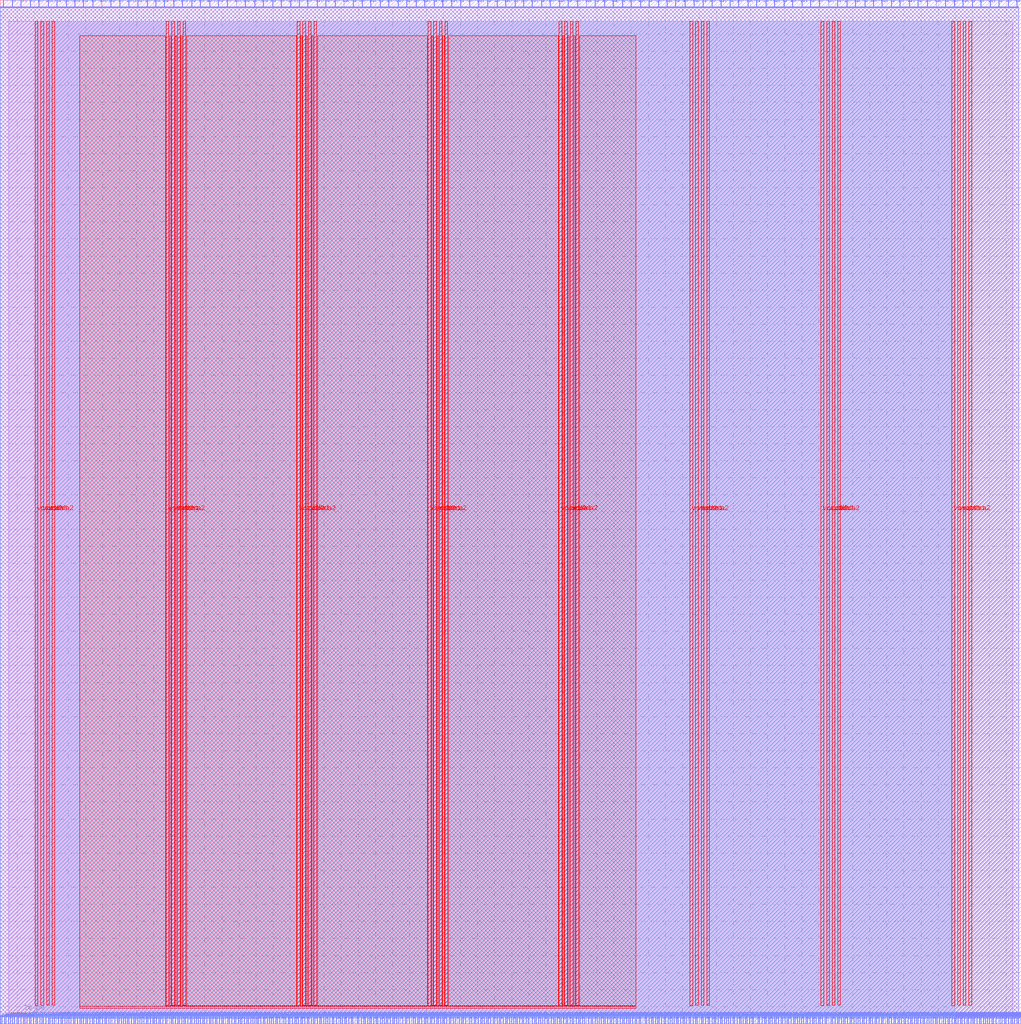
<source format=lef>
VERSION 5.7 ;
  NOWIREEXTENSIONATPIN ON ;
  DIVIDERCHAR "/" ;
  BUSBITCHARS "[]" ;
MACRO user_proj_example
  CLASS BLOCK ;
  FOREIGN user_proj_example ;
  ORIGIN 0.000 0.000 ;
  SIZE 598.760 BY 600.000 ;
  PIN io_in[0]
    DIRECTION INPUT ;
    USE SIGNAL ;
    PORT
      LAYER met2 ;
        RECT 1.860 596.000 2.140 600.000 ;
    END
  END io_in[0]
  PIN io_in[10]
    DIRECTION INPUT ;
    USE SIGNAL ;
    PORT
      LAYER met2 ;
        RECT 159.640 596.000 159.920 600.000 ;
    END
  END io_in[10]
  PIN io_in[11]
    DIRECTION INPUT ;
    USE SIGNAL ;
    PORT
      LAYER met2 ;
        RECT 175.280 596.000 175.560 600.000 ;
    END
  END io_in[11]
  PIN io_in[12]
    DIRECTION INPUT ;
    USE SIGNAL ;
    PORT
      LAYER met2 ;
        RECT 190.920 596.000 191.200 600.000 ;
    END
  END io_in[12]
  PIN io_in[13]
    DIRECTION INPUT ;
    USE SIGNAL ;
    PORT
      LAYER met2 ;
        RECT 207.020 596.000 207.300 600.000 ;
    END
  END io_in[13]
  PIN io_in[14]
    DIRECTION INPUT ;
    USE SIGNAL ;
    PORT
      LAYER met2 ;
        RECT 222.660 596.000 222.940 600.000 ;
    END
  END io_in[14]
  PIN io_in[15]
    DIRECTION INPUT ;
    USE SIGNAL ;
    PORT
      LAYER met2 ;
        RECT 238.300 596.000 238.580 600.000 ;
    END
  END io_in[15]
  PIN io_in[16]
    DIRECTION INPUT ;
    USE SIGNAL ;
    PORT
      LAYER met2 ;
        RECT 254.400 596.000 254.680 600.000 ;
    END
  END io_in[16]
  PIN io_in[17]
    DIRECTION INPUT ;
    USE SIGNAL ;
    PORT
      LAYER met2 ;
        RECT 270.040 596.000 270.320 600.000 ;
    END
  END io_in[17]
  PIN io_in[18]
    DIRECTION INPUT ;
    USE SIGNAL ;
    PORT
      LAYER met2 ;
        RECT 285.680 596.000 285.960 600.000 ;
    END
  END io_in[18]
  PIN io_in[19]
    DIRECTION INPUT ;
    USE SIGNAL ;
    PORT
      LAYER met2 ;
        RECT 301.780 596.000 302.060 600.000 ;
    END
  END io_in[19]
  PIN io_in[1]
    DIRECTION INPUT ;
    USE SIGNAL ;
    PORT
      LAYER met2 ;
        RECT 17.500 596.000 17.780 600.000 ;
    END
  END io_in[1]
  PIN io_in[20]
    DIRECTION INPUT ;
    USE SIGNAL ;
    PORT
      LAYER met2 ;
        RECT 317.420 596.000 317.700 600.000 ;
    END
  END io_in[20]
  PIN io_in[21]
    DIRECTION INPUT ;
    USE SIGNAL ;
    PORT
      LAYER met2 ;
        RECT 333.060 596.000 333.340 600.000 ;
    END
  END io_in[21]
  PIN io_in[22]
    DIRECTION INPUT ;
    USE SIGNAL ;
    PORT
      LAYER met2 ;
        RECT 348.700 596.000 348.980 600.000 ;
    END
  END io_in[22]
  PIN io_in[23]
    DIRECTION INPUT ;
    USE SIGNAL ;
    PORT
      LAYER met2 ;
        RECT 364.800 596.000 365.080 600.000 ;
    END
  END io_in[23]
  PIN io_in[24]
    DIRECTION INPUT ;
    USE SIGNAL ;
    PORT
      LAYER met2 ;
        RECT 380.440 596.000 380.720 600.000 ;
    END
  END io_in[24]
  PIN io_in[25]
    DIRECTION INPUT ;
    USE SIGNAL ;
    PORT
      LAYER met2 ;
        RECT 396.080 596.000 396.360 600.000 ;
    END
  END io_in[25]
  PIN io_in[26]
    DIRECTION INPUT ;
    USE SIGNAL ;
    PORT
      LAYER met2 ;
        RECT 412.180 596.000 412.460 600.000 ;
    END
  END io_in[26]
  PIN io_in[27]
    DIRECTION INPUT ;
    USE SIGNAL ;
    PORT
      LAYER met2 ;
        RECT 427.820 596.000 428.100 600.000 ;
    END
  END io_in[27]
  PIN io_in[28]
    DIRECTION INPUT ;
    USE SIGNAL ;
    PORT
      LAYER met2 ;
        RECT 443.460 596.000 443.740 600.000 ;
    END
  END io_in[28]
  PIN io_in[29]
    DIRECTION INPUT ;
    USE SIGNAL ;
    PORT
      LAYER met2 ;
        RECT 459.560 596.000 459.840 600.000 ;
    END
  END io_in[29]
  PIN io_in[2]
    DIRECTION INPUT ;
    USE SIGNAL ;
    PORT
      LAYER met2 ;
        RECT 33.140 596.000 33.420 600.000 ;
    END
  END io_in[2]
  PIN io_in[30]
    DIRECTION INPUT ;
    USE SIGNAL ;
    PORT
      LAYER met2 ;
        RECT 475.200 596.000 475.480 600.000 ;
    END
  END io_in[30]
  PIN io_in[31]
    DIRECTION INPUT ;
    USE SIGNAL ;
    PORT
      LAYER met2 ;
        RECT 490.840 596.000 491.120 600.000 ;
    END
  END io_in[31]
  PIN io_in[32]
    DIRECTION INPUT ;
    USE SIGNAL ;
    PORT
      LAYER met2 ;
        RECT 506.940 596.000 507.220 600.000 ;
    END
  END io_in[32]
  PIN io_in[33]
    DIRECTION INPUT ;
    USE SIGNAL ;
    PORT
      LAYER met2 ;
        RECT 522.580 596.000 522.860 600.000 ;
    END
  END io_in[33]
  PIN io_in[34]
    DIRECTION INPUT ;
    USE SIGNAL ;
    PORT
      LAYER met2 ;
        RECT 538.220 596.000 538.500 600.000 ;
    END
  END io_in[34]
  PIN io_in[35]
    DIRECTION INPUT ;
    USE SIGNAL ;
    PORT
      LAYER met2 ;
        RECT 554.320 596.000 554.600 600.000 ;
    END
  END io_in[35]
  PIN io_in[36]
    DIRECTION INPUT ;
    USE SIGNAL ;
    PORT
      LAYER met2 ;
        RECT 569.960 596.000 570.240 600.000 ;
    END
  END io_in[36]
  PIN io_in[37]
    DIRECTION INPUT ;
    USE SIGNAL ;
    PORT
      LAYER met2 ;
        RECT 585.600 596.000 585.880 600.000 ;
    END
  END io_in[37]
  PIN io_in[3]
    DIRECTION INPUT ;
    USE SIGNAL ;
    PORT
      LAYER met2 ;
        RECT 48.780 596.000 49.060 600.000 ;
    END
  END io_in[3]
  PIN io_in[4]
    DIRECTION INPUT ;
    USE SIGNAL ;
    PORT
      LAYER met2 ;
        RECT 64.880 596.000 65.160 600.000 ;
    END
  END io_in[4]
  PIN io_in[5]
    DIRECTION INPUT ;
    USE SIGNAL ;
    PORT
      LAYER met2 ;
        RECT 80.520 596.000 80.800 600.000 ;
    END
  END io_in[5]
  PIN io_in[6]
    DIRECTION INPUT ;
    USE SIGNAL ;
    PORT
      LAYER met2 ;
        RECT 96.160 596.000 96.440 600.000 ;
    END
  END io_in[6]
  PIN io_in[7]
    DIRECTION INPUT ;
    USE SIGNAL ;
    PORT
      LAYER met2 ;
        RECT 112.260 596.000 112.540 600.000 ;
    END
  END io_in[7]
  PIN io_in[8]
    DIRECTION INPUT ;
    USE SIGNAL ;
    PORT
      LAYER met2 ;
        RECT 127.900 596.000 128.180 600.000 ;
    END
  END io_in[8]
  PIN io_in[9]
    DIRECTION INPUT ;
    USE SIGNAL ;
    PORT
      LAYER met2 ;
        RECT 143.540 596.000 143.820 600.000 ;
    END
  END io_in[9]
  PIN io_oeb[0]
    DIRECTION OUTPUT TRISTATE ;
    USE SIGNAL ;
    PORT
      LAYER met2 ;
        RECT 6.920 596.000 7.200 600.000 ;
    END
  END io_oeb[0]
  PIN io_oeb[10]
    DIRECTION OUTPUT TRISTATE ;
    USE SIGNAL ;
    PORT
      LAYER met2 ;
        RECT 164.700 596.000 164.980 600.000 ;
    END
  END io_oeb[10]
  PIN io_oeb[11]
    DIRECTION OUTPUT TRISTATE ;
    USE SIGNAL ;
    PORT
      LAYER met2 ;
        RECT 180.340 596.000 180.620 600.000 ;
    END
  END io_oeb[11]
  PIN io_oeb[12]
    DIRECTION OUTPUT TRISTATE ;
    USE SIGNAL ;
    PORT
      LAYER met2 ;
        RECT 196.440 596.000 196.720 600.000 ;
    END
  END io_oeb[12]
  PIN io_oeb[13]
    DIRECTION OUTPUT TRISTATE ;
    USE SIGNAL ;
    PORT
      LAYER met2 ;
        RECT 212.080 596.000 212.360 600.000 ;
    END
  END io_oeb[13]
  PIN io_oeb[14]
    DIRECTION OUTPUT TRISTATE ;
    USE SIGNAL ;
    PORT
      LAYER met2 ;
        RECT 227.720 596.000 228.000 600.000 ;
    END
  END io_oeb[14]
  PIN io_oeb[15]
    DIRECTION OUTPUT TRISTATE ;
    USE SIGNAL ;
    PORT
      LAYER met2 ;
        RECT 243.820 596.000 244.100 600.000 ;
    END
  END io_oeb[15]
  PIN io_oeb[16]
    DIRECTION OUTPUT TRISTATE ;
    USE SIGNAL ;
    PORT
      LAYER met2 ;
        RECT 259.460 596.000 259.740 600.000 ;
    END
  END io_oeb[16]
  PIN io_oeb[17]
    DIRECTION OUTPUT TRISTATE ;
    USE SIGNAL ;
    PORT
      LAYER met2 ;
        RECT 275.100 596.000 275.380 600.000 ;
    END
  END io_oeb[17]
  PIN io_oeb[18]
    DIRECTION OUTPUT TRISTATE ;
    USE SIGNAL ;
    PORT
      LAYER met2 ;
        RECT 291.200 596.000 291.480 600.000 ;
    END
  END io_oeb[18]
  PIN io_oeb[19]
    DIRECTION OUTPUT TRISTATE ;
    USE SIGNAL ;
    PORT
      LAYER met2 ;
        RECT 306.840 596.000 307.120 600.000 ;
    END
  END io_oeb[19]
  PIN io_oeb[1]
    DIRECTION OUTPUT TRISTATE ;
    USE SIGNAL ;
    PORT
      LAYER met2 ;
        RECT 22.560 596.000 22.840 600.000 ;
    END
  END io_oeb[1]
  PIN io_oeb[20]
    DIRECTION OUTPUT TRISTATE ;
    USE SIGNAL ;
    PORT
      LAYER met2 ;
        RECT 322.480 596.000 322.760 600.000 ;
    END
  END io_oeb[20]
  PIN io_oeb[21]
    DIRECTION OUTPUT TRISTATE ;
    USE SIGNAL ;
    PORT
      LAYER met2 ;
        RECT 338.580 596.000 338.860 600.000 ;
    END
  END io_oeb[21]
  PIN io_oeb[22]
    DIRECTION OUTPUT TRISTATE ;
    USE SIGNAL ;
    PORT
      LAYER met2 ;
        RECT 354.220 596.000 354.500 600.000 ;
    END
  END io_oeb[22]
  PIN io_oeb[23]
    DIRECTION OUTPUT TRISTATE ;
    USE SIGNAL ;
    PORT
      LAYER met2 ;
        RECT 369.860 596.000 370.140 600.000 ;
    END
  END io_oeb[23]
  PIN io_oeb[24]
    DIRECTION OUTPUT TRISTATE ;
    USE SIGNAL ;
    PORT
      LAYER met2 ;
        RECT 385.960 596.000 386.240 600.000 ;
    END
  END io_oeb[24]
  PIN io_oeb[25]
    DIRECTION OUTPUT TRISTATE ;
    USE SIGNAL ;
    PORT
      LAYER met2 ;
        RECT 401.600 596.000 401.880 600.000 ;
    END
  END io_oeb[25]
  PIN io_oeb[26]
    DIRECTION OUTPUT TRISTATE ;
    USE SIGNAL ;
    PORT
      LAYER met2 ;
        RECT 417.240 596.000 417.520 600.000 ;
    END
  END io_oeb[26]
  PIN io_oeb[27]
    DIRECTION OUTPUT TRISTATE ;
    USE SIGNAL ;
    PORT
      LAYER met2 ;
        RECT 432.880 596.000 433.160 600.000 ;
    END
  END io_oeb[27]
  PIN io_oeb[28]
    DIRECTION OUTPUT TRISTATE ;
    USE SIGNAL ;
    PORT
      LAYER met2 ;
        RECT 448.980 596.000 449.260 600.000 ;
    END
  END io_oeb[28]
  PIN io_oeb[29]
    DIRECTION OUTPUT TRISTATE ;
    USE SIGNAL ;
    PORT
      LAYER met2 ;
        RECT 464.620 596.000 464.900 600.000 ;
    END
  END io_oeb[29]
  PIN io_oeb[2]
    DIRECTION OUTPUT TRISTATE ;
    USE SIGNAL ;
    PORT
      LAYER met2 ;
        RECT 38.660 596.000 38.940 600.000 ;
    END
  END io_oeb[2]
  PIN io_oeb[30]
    DIRECTION OUTPUT TRISTATE ;
    USE SIGNAL ;
    PORT
      LAYER met2 ;
        RECT 480.260 596.000 480.540 600.000 ;
    END
  END io_oeb[30]
  PIN io_oeb[31]
    DIRECTION OUTPUT TRISTATE ;
    USE SIGNAL ;
    PORT
      LAYER met2 ;
        RECT 496.360 596.000 496.640 600.000 ;
    END
  END io_oeb[31]
  PIN io_oeb[32]
    DIRECTION OUTPUT TRISTATE ;
    USE SIGNAL ;
    PORT
      LAYER met2 ;
        RECT 512.000 596.000 512.280 600.000 ;
    END
  END io_oeb[32]
  PIN io_oeb[33]
    DIRECTION OUTPUT TRISTATE ;
    USE SIGNAL ;
    PORT
      LAYER met2 ;
        RECT 527.640 596.000 527.920 600.000 ;
    END
  END io_oeb[33]
  PIN io_oeb[34]
    DIRECTION OUTPUT TRISTATE ;
    USE SIGNAL ;
    PORT
      LAYER met2 ;
        RECT 543.740 596.000 544.020 600.000 ;
    END
  END io_oeb[34]
  PIN io_oeb[35]
    DIRECTION OUTPUT TRISTATE ;
    USE SIGNAL ;
    PORT
      LAYER met2 ;
        RECT 559.380 596.000 559.660 600.000 ;
    END
  END io_oeb[35]
  PIN io_oeb[36]
    DIRECTION OUTPUT TRISTATE ;
    USE SIGNAL ;
    PORT
      LAYER met2 ;
        RECT 575.020 596.000 575.300 600.000 ;
    END
  END io_oeb[36]
  PIN io_oeb[37]
    DIRECTION OUTPUT TRISTATE ;
    USE SIGNAL ;
    PORT
      LAYER met2 ;
        RECT 591.120 596.000 591.400 600.000 ;
    END
  END io_oeb[37]
  PIN io_oeb[3]
    DIRECTION OUTPUT TRISTATE ;
    USE SIGNAL ;
    PORT
      LAYER met2 ;
        RECT 54.300 596.000 54.580 600.000 ;
    END
  END io_oeb[3]
  PIN io_oeb[4]
    DIRECTION OUTPUT TRISTATE ;
    USE SIGNAL ;
    PORT
      LAYER met2 ;
        RECT 69.940 596.000 70.220 600.000 ;
    END
  END io_oeb[4]
  PIN io_oeb[5]
    DIRECTION OUTPUT TRISTATE ;
    USE SIGNAL ;
    PORT
      LAYER met2 ;
        RECT 86.040 596.000 86.320 600.000 ;
    END
  END io_oeb[5]
  PIN io_oeb[6]
    DIRECTION OUTPUT TRISTATE ;
    USE SIGNAL ;
    PORT
      LAYER met2 ;
        RECT 101.680 596.000 101.960 600.000 ;
    END
  END io_oeb[6]
  PIN io_oeb[7]
    DIRECTION OUTPUT TRISTATE ;
    USE SIGNAL ;
    PORT
      LAYER met2 ;
        RECT 117.320 596.000 117.600 600.000 ;
    END
  END io_oeb[7]
  PIN io_oeb[8]
    DIRECTION OUTPUT TRISTATE ;
    USE SIGNAL ;
    PORT
      LAYER met2 ;
        RECT 132.960 596.000 133.240 600.000 ;
    END
  END io_oeb[8]
  PIN io_oeb[9]
    DIRECTION OUTPUT TRISTATE ;
    USE SIGNAL ;
    PORT
      LAYER met2 ;
        RECT 149.060 596.000 149.340 600.000 ;
    END
  END io_oeb[9]
  PIN io_out[0]
    DIRECTION OUTPUT TRISTATE ;
    USE SIGNAL ;
    PORT
      LAYER met2 ;
        RECT 11.980 596.000 12.260 600.000 ;
    END
  END io_out[0]
  PIN io_out[10]
    DIRECTION OUTPUT TRISTATE ;
    USE SIGNAL ;
    PORT
      LAYER met2 ;
        RECT 170.220 596.000 170.500 600.000 ;
    END
  END io_out[10]
  PIN io_out[11]
    DIRECTION OUTPUT TRISTATE ;
    USE SIGNAL ;
    PORT
      LAYER met2 ;
        RECT 185.860 596.000 186.140 600.000 ;
    END
  END io_out[11]
  PIN io_out[12]
    DIRECTION OUTPUT TRISTATE ;
    USE SIGNAL ;
    PORT
      LAYER met2 ;
        RECT 201.500 596.000 201.780 600.000 ;
    END
  END io_out[12]
  PIN io_out[13]
    DIRECTION OUTPUT TRISTATE ;
    USE SIGNAL ;
    PORT
      LAYER met2 ;
        RECT 217.140 596.000 217.420 600.000 ;
    END
  END io_out[13]
  PIN io_out[14]
    DIRECTION OUTPUT TRISTATE ;
    USE SIGNAL ;
    PORT
      LAYER met2 ;
        RECT 233.240 596.000 233.520 600.000 ;
    END
  END io_out[14]
  PIN io_out[15]
    DIRECTION OUTPUT TRISTATE ;
    USE SIGNAL ;
    PORT
      LAYER met2 ;
        RECT 248.880 596.000 249.160 600.000 ;
    END
  END io_out[15]
  PIN io_out[16]
    DIRECTION OUTPUT TRISTATE ;
    USE SIGNAL ;
    PORT
      LAYER met2 ;
        RECT 264.520 596.000 264.800 600.000 ;
    END
  END io_out[16]
  PIN io_out[17]
    DIRECTION OUTPUT TRISTATE ;
    USE SIGNAL ;
    PORT
      LAYER met2 ;
        RECT 280.620 596.000 280.900 600.000 ;
    END
  END io_out[17]
  PIN io_out[18]
    DIRECTION OUTPUT TRISTATE ;
    USE SIGNAL ;
    PORT
      LAYER met2 ;
        RECT 296.260 596.000 296.540 600.000 ;
    END
  END io_out[18]
  PIN io_out[19]
    DIRECTION OUTPUT TRISTATE ;
    USE SIGNAL ;
    PORT
      LAYER met2 ;
        RECT 311.900 596.000 312.180 600.000 ;
    END
  END io_out[19]
  PIN io_out[1]
    DIRECTION OUTPUT TRISTATE ;
    USE SIGNAL ;
    PORT
      LAYER met2 ;
        RECT 28.080 596.000 28.360 600.000 ;
    END
  END io_out[1]
  PIN io_out[20]
    DIRECTION OUTPUT TRISTATE ;
    USE SIGNAL ;
    PORT
      LAYER met2 ;
        RECT 328.000 596.000 328.280 600.000 ;
    END
  END io_out[20]
  PIN io_out[21]
    DIRECTION OUTPUT TRISTATE ;
    USE SIGNAL ;
    PORT
      LAYER met2 ;
        RECT 343.640 596.000 343.920 600.000 ;
    END
  END io_out[21]
  PIN io_out[22]
    DIRECTION OUTPUT TRISTATE ;
    USE SIGNAL ;
    PORT
      LAYER met2 ;
        RECT 359.280 596.000 359.560 600.000 ;
    END
  END io_out[22]
  PIN io_out[23]
    DIRECTION OUTPUT TRISTATE ;
    USE SIGNAL ;
    PORT
      LAYER met2 ;
        RECT 375.380 596.000 375.660 600.000 ;
    END
  END io_out[23]
  PIN io_out[24]
    DIRECTION OUTPUT TRISTATE ;
    USE SIGNAL ;
    PORT
      LAYER met2 ;
        RECT 391.020 596.000 391.300 600.000 ;
    END
  END io_out[24]
  PIN io_out[25]
    DIRECTION OUTPUT TRISTATE ;
    USE SIGNAL ;
    PORT
      LAYER met2 ;
        RECT 406.660 596.000 406.940 600.000 ;
    END
  END io_out[25]
  PIN io_out[26]
    DIRECTION OUTPUT TRISTATE ;
    USE SIGNAL ;
    PORT
      LAYER met2 ;
        RECT 422.760 596.000 423.040 600.000 ;
    END
  END io_out[26]
  PIN io_out[27]
    DIRECTION OUTPUT TRISTATE ;
    USE SIGNAL ;
    PORT
      LAYER met2 ;
        RECT 438.400 596.000 438.680 600.000 ;
    END
  END io_out[27]
  PIN io_out[28]
    DIRECTION OUTPUT TRISTATE ;
    USE SIGNAL ;
    PORT
      LAYER met2 ;
        RECT 454.040 596.000 454.320 600.000 ;
    END
  END io_out[28]
  PIN io_out[29]
    DIRECTION OUTPUT TRISTATE ;
    USE SIGNAL ;
    PORT
      LAYER met2 ;
        RECT 470.140 596.000 470.420 600.000 ;
    END
  END io_out[29]
  PIN io_out[2]
    DIRECTION OUTPUT TRISTATE ;
    USE SIGNAL ;
    PORT
      LAYER met2 ;
        RECT 43.720 596.000 44.000 600.000 ;
    END
  END io_out[2]
  PIN io_out[30]
    DIRECTION OUTPUT TRISTATE ;
    USE SIGNAL ;
    PORT
      LAYER met2 ;
        RECT 485.780 596.000 486.060 600.000 ;
    END
  END io_out[30]
  PIN io_out[31]
    DIRECTION OUTPUT TRISTATE ;
    USE SIGNAL ;
    PORT
      LAYER met2 ;
        RECT 501.420 596.000 501.700 600.000 ;
    END
  END io_out[31]
  PIN io_out[32]
    DIRECTION OUTPUT TRISTATE ;
    USE SIGNAL ;
    PORT
      LAYER met2 ;
        RECT 517.060 596.000 517.340 600.000 ;
    END
  END io_out[32]
  PIN io_out[33]
    DIRECTION OUTPUT TRISTATE ;
    USE SIGNAL ;
    PORT
      LAYER met2 ;
        RECT 533.160 596.000 533.440 600.000 ;
    END
  END io_out[33]
  PIN io_out[34]
    DIRECTION OUTPUT TRISTATE ;
    USE SIGNAL ;
    PORT
      LAYER met2 ;
        RECT 548.800 596.000 549.080 600.000 ;
    END
  END io_out[34]
  PIN io_out[35]
    DIRECTION OUTPUT TRISTATE ;
    USE SIGNAL ;
    PORT
      LAYER met2 ;
        RECT 564.440 596.000 564.720 600.000 ;
    END
  END io_out[35]
  PIN io_out[36]
    DIRECTION OUTPUT TRISTATE ;
    USE SIGNAL ;
    PORT
      LAYER met2 ;
        RECT 580.540 596.000 580.820 600.000 ;
    END
  END io_out[36]
  PIN io_out[37]
    DIRECTION OUTPUT TRISTATE ;
    USE SIGNAL ;
    PORT
      LAYER met2 ;
        RECT 596.180 596.000 596.460 600.000 ;
    END
  END io_out[37]
  PIN io_out[3]
    DIRECTION OUTPUT TRISTATE ;
    USE SIGNAL ;
    PORT
      LAYER met2 ;
        RECT 59.360 596.000 59.640 600.000 ;
    END
  END io_out[3]
  PIN io_out[4]
    DIRECTION OUTPUT TRISTATE ;
    USE SIGNAL ;
    PORT
      LAYER met2 ;
        RECT 75.460 596.000 75.740 600.000 ;
    END
  END io_out[4]
  PIN io_out[5]
    DIRECTION OUTPUT TRISTATE ;
    USE SIGNAL ;
    PORT
      LAYER met2 ;
        RECT 91.100 596.000 91.380 600.000 ;
    END
  END io_out[5]
  PIN io_out[6]
    DIRECTION OUTPUT TRISTATE ;
    USE SIGNAL ;
    PORT
      LAYER met2 ;
        RECT 106.740 596.000 107.020 600.000 ;
    END
  END io_out[6]
  PIN io_out[7]
    DIRECTION OUTPUT TRISTATE ;
    USE SIGNAL ;
    PORT
      LAYER met2 ;
        RECT 122.840 596.000 123.120 600.000 ;
    END
  END io_out[7]
  PIN io_out[8]
    DIRECTION OUTPUT TRISTATE ;
    USE SIGNAL ;
    PORT
      LAYER met2 ;
        RECT 138.480 596.000 138.760 600.000 ;
    END
  END io_out[8]
  PIN io_out[9]
    DIRECTION OUTPUT TRISTATE ;
    USE SIGNAL ;
    PORT
      LAYER met2 ;
        RECT 154.120 596.000 154.400 600.000 ;
    END
  END io_out[9]
  PIN la_data_in[0]
    DIRECTION INPUT ;
    USE SIGNAL ;
    PORT
      LAYER met2 ;
        RECT 129.740 0.000 130.020 4.000 ;
    END
  END la_data_in[0]
  PIN la_data_in[100]
    DIRECTION INPUT ;
    USE SIGNAL ;
    PORT
      LAYER met2 ;
        RECT 496.820 0.000 497.100 4.000 ;
    END
  END la_data_in[100]
  PIN la_data_in[101]
    DIRECTION INPUT ;
    USE SIGNAL ;
    PORT
      LAYER met2 ;
        RECT 500.500 0.000 500.780 4.000 ;
    END
  END la_data_in[101]
  PIN la_data_in[102]
    DIRECTION INPUT ;
    USE SIGNAL ;
    PORT
      LAYER met2 ;
        RECT 504.180 0.000 504.460 4.000 ;
    END
  END la_data_in[102]
  PIN la_data_in[103]
    DIRECTION INPUT ;
    USE SIGNAL ;
    PORT
      LAYER met2 ;
        RECT 507.860 0.000 508.140 4.000 ;
    END
  END la_data_in[103]
  PIN la_data_in[104]
    DIRECTION INPUT ;
    USE SIGNAL ;
    PORT
      LAYER met2 ;
        RECT 511.540 0.000 511.820 4.000 ;
    END
  END la_data_in[104]
  PIN la_data_in[105]
    DIRECTION INPUT ;
    USE SIGNAL ;
    PORT
      LAYER met2 ;
        RECT 515.220 0.000 515.500 4.000 ;
    END
  END la_data_in[105]
  PIN la_data_in[106]
    DIRECTION INPUT ;
    USE SIGNAL ;
    PORT
      LAYER met2 ;
        RECT 518.900 0.000 519.180 4.000 ;
    END
  END la_data_in[106]
  PIN la_data_in[107]
    DIRECTION INPUT ;
    USE SIGNAL ;
    PORT
      LAYER met2 ;
        RECT 522.580 0.000 522.860 4.000 ;
    END
  END la_data_in[107]
  PIN la_data_in[108]
    DIRECTION INPUT ;
    USE SIGNAL ;
    PORT
      LAYER met2 ;
        RECT 526.260 0.000 526.540 4.000 ;
    END
  END la_data_in[108]
  PIN la_data_in[109]
    DIRECTION INPUT ;
    USE SIGNAL ;
    PORT
      LAYER met2 ;
        RECT 529.940 0.000 530.220 4.000 ;
    END
  END la_data_in[109]
  PIN la_data_in[10]
    DIRECTION INPUT ;
    USE SIGNAL ;
    PORT
      LAYER met2 ;
        RECT 166.080 0.000 166.360 4.000 ;
    END
  END la_data_in[10]
  PIN la_data_in[110]
    DIRECTION INPUT ;
    USE SIGNAL ;
    PORT
      LAYER met2 ;
        RECT 533.620 0.000 533.900 4.000 ;
    END
  END la_data_in[110]
  PIN la_data_in[111]
    DIRECTION INPUT ;
    USE SIGNAL ;
    PORT
      LAYER met2 ;
        RECT 537.300 0.000 537.580 4.000 ;
    END
  END la_data_in[111]
  PIN la_data_in[112]
    DIRECTION INPUT ;
    USE SIGNAL ;
    PORT
      LAYER met2 ;
        RECT 540.980 0.000 541.260 4.000 ;
    END
  END la_data_in[112]
  PIN la_data_in[113]
    DIRECTION INPUT ;
    USE SIGNAL ;
    PORT
      LAYER met2 ;
        RECT 544.660 0.000 544.940 4.000 ;
    END
  END la_data_in[113]
  PIN la_data_in[114]
    DIRECTION INPUT ;
    USE SIGNAL ;
    PORT
      LAYER met2 ;
        RECT 548.340 0.000 548.620 4.000 ;
    END
  END la_data_in[114]
  PIN la_data_in[115]
    DIRECTION INPUT ;
    USE SIGNAL ;
    PORT
      LAYER met2 ;
        RECT 552.020 0.000 552.300 4.000 ;
    END
  END la_data_in[115]
  PIN la_data_in[116]
    DIRECTION INPUT ;
    USE SIGNAL ;
    PORT
      LAYER met2 ;
        RECT 555.700 0.000 555.980 4.000 ;
    END
  END la_data_in[116]
  PIN la_data_in[117]
    DIRECTION INPUT ;
    USE SIGNAL ;
    PORT
      LAYER met2 ;
        RECT 559.380 0.000 559.660 4.000 ;
    END
  END la_data_in[117]
  PIN la_data_in[118]
    DIRECTION INPUT ;
    USE SIGNAL ;
    PORT
      LAYER met2 ;
        RECT 563.060 0.000 563.340 4.000 ;
    END
  END la_data_in[118]
  PIN la_data_in[119]
    DIRECTION INPUT ;
    USE SIGNAL ;
    PORT
      LAYER met2 ;
        RECT 566.740 0.000 567.020 4.000 ;
    END
  END la_data_in[119]
  PIN la_data_in[11]
    DIRECTION INPUT ;
    USE SIGNAL ;
    PORT
      LAYER met2 ;
        RECT 169.760 0.000 170.040 4.000 ;
    END
  END la_data_in[11]
  PIN la_data_in[120]
    DIRECTION INPUT ;
    USE SIGNAL ;
    PORT
      LAYER met2 ;
        RECT 570.420 0.000 570.700 4.000 ;
    END
  END la_data_in[120]
  PIN la_data_in[121]
    DIRECTION INPUT ;
    USE SIGNAL ;
    PORT
      LAYER met2 ;
        RECT 574.100 0.000 574.380 4.000 ;
    END
  END la_data_in[121]
  PIN la_data_in[122]
    DIRECTION INPUT ;
    USE SIGNAL ;
    PORT
      LAYER met2 ;
        RECT 577.780 0.000 578.060 4.000 ;
    END
  END la_data_in[122]
  PIN la_data_in[123]
    DIRECTION INPUT ;
    USE SIGNAL ;
    PORT
      LAYER met2 ;
        RECT 581.460 0.000 581.740 4.000 ;
    END
  END la_data_in[123]
  PIN la_data_in[124]
    DIRECTION INPUT ;
    USE SIGNAL ;
    PORT
      LAYER met2 ;
        RECT 585.140 0.000 585.420 4.000 ;
    END
  END la_data_in[124]
  PIN la_data_in[125]
    DIRECTION INPUT ;
    USE SIGNAL ;
    PORT
      LAYER met2 ;
        RECT 588.820 0.000 589.100 4.000 ;
    END
  END la_data_in[125]
  PIN la_data_in[126]
    DIRECTION INPUT ;
    USE SIGNAL ;
    PORT
      LAYER met2 ;
        RECT 592.500 0.000 592.780 4.000 ;
    END
  END la_data_in[126]
  PIN la_data_in[127]
    DIRECTION INPUT ;
    USE SIGNAL ;
    PORT
      LAYER met2 ;
        RECT 596.180 0.000 596.460 4.000 ;
    END
  END la_data_in[127]
  PIN la_data_in[12]
    DIRECTION INPUT ;
    USE SIGNAL ;
    PORT
      LAYER met2 ;
        RECT 173.440 0.000 173.720 4.000 ;
    END
  END la_data_in[12]
  PIN la_data_in[13]
    DIRECTION INPUT ;
    USE SIGNAL ;
    PORT
      LAYER met2 ;
        RECT 177.120 0.000 177.400 4.000 ;
    END
  END la_data_in[13]
  PIN la_data_in[14]
    DIRECTION INPUT ;
    USE SIGNAL ;
    PORT
      LAYER met2 ;
        RECT 180.800 0.000 181.080 4.000 ;
    END
  END la_data_in[14]
  PIN la_data_in[15]
    DIRECTION INPUT ;
    USE SIGNAL ;
    PORT
      LAYER met2 ;
        RECT 184.480 0.000 184.760 4.000 ;
    END
  END la_data_in[15]
  PIN la_data_in[16]
    DIRECTION INPUT ;
    USE SIGNAL ;
    PORT
      LAYER met2 ;
        RECT 188.160 0.000 188.440 4.000 ;
    END
  END la_data_in[16]
  PIN la_data_in[17]
    DIRECTION INPUT ;
    USE SIGNAL ;
    PORT
      LAYER met2 ;
        RECT 191.840 0.000 192.120 4.000 ;
    END
  END la_data_in[17]
  PIN la_data_in[18]
    DIRECTION INPUT ;
    USE SIGNAL ;
    PORT
      LAYER met2 ;
        RECT 195.520 0.000 195.800 4.000 ;
    END
  END la_data_in[18]
  PIN la_data_in[19]
    DIRECTION INPUT ;
    USE SIGNAL ;
    PORT
      LAYER met2 ;
        RECT 199.200 0.000 199.480 4.000 ;
    END
  END la_data_in[19]
  PIN la_data_in[1]
    DIRECTION INPUT ;
    USE SIGNAL ;
    PORT
      LAYER met2 ;
        RECT 133.420 0.000 133.700 4.000 ;
    END
  END la_data_in[1]
  PIN la_data_in[20]
    DIRECTION INPUT ;
    USE SIGNAL ;
    PORT
      LAYER met2 ;
        RECT 202.880 0.000 203.160 4.000 ;
    END
  END la_data_in[20]
  PIN la_data_in[21]
    DIRECTION INPUT ;
    USE SIGNAL ;
    PORT
      LAYER met2 ;
        RECT 206.560 0.000 206.840 4.000 ;
    END
  END la_data_in[21]
  PIN la_data_in[22]
    DIRECTION INPUT ;
    USE SIGNAL ;
    PORT
      LAYER met2 ;
        RECT 210.240 0.000 210.520 4.000 ;
    END
  END la_data_in[22]
  PIN la_data_in[23]
    DIRECTION INPUT ;
    USE SIGNAL ;
    PORT
      LAYER met2 ;
        RECT 213.920 0.000 214.200 4.000 ;
    END
  END la_data_in[23]
  PIN la_data_in[24]
    DIRECTION INPUT ;
    USE SIGNAL ;
    PORT
      LAYER met2 ;
        RECT 217.600 0.000 217.880 4.000 ;
    END
  END la_data_in[24]
  PIN la_data_in[25]
    DIRECTION INPUT ;
    USE SIGNAL ;
    PORT
      LAYER met2 ;
        RECT 221.280 0.000 221.560 4.000 ;
    END
  END la_data_in[25]
  PIN la_data_in[26]
    DIRECTION INPUT ;
    USE SIGNAL ;
    PORT
      LAYER met2 ;
        RECT 224.960 0.000 225.240 4.000 ;
    END
  END la_data_in[26]
  PIN la_data_in[27]
    DIRECTION INPUT ;
    USE SIGNAL ;
    PORT
      LAYER met2 ;
        RECT 228.640 0.000 228.920 4.000 ;
    END
  END la_data_in[27]
  PIN la_data_in[28]
    DIRECTION INPUT ;
    USE SIGNAL ;
    PORT
      LAYER met2 ;
        RECT 232.320 0.000 232.600 4.000 ;
    END
  END la_data_in[28]
  PIN la_data_in[29]
    DIRECTION INPUT ;
    USE SIGNAL ;
    PORT
      LAYER met2 ;
        RECT 236.000 0.000 236.280 4.000 ;
    END
  END la_data_in[29]
  PIN la_data_in[2]
    DIRECTION INPUT ;
    USE SIGNAL ;
    PORT
      LAYER met2 ;
        RECT 137.100 0.000 137.380 4.000 ;
    END
  END la_data_in[2]
  PIN la_data_in[30]
    DIRECTION INPUT ;
    USE SIGNAL ;
    PORT
      LAYER met2 ;
        RECT 239.680 0.000 239.960 4.000 ;
    END
  END la_data_in[30]
  PIN la_data_in[31]
    DIRECTION INPUT ;
    USE SIGNAL ;
    PORT
      LAYER met2 ;
        RECT 243.360 0.000 243.640 4.000 ;
    END
  END la_data_in[31]
  PIN la_data_in[32]
    DIRECTION INPUT ;
    USE SIGNAL ;
    PORT
      LAYER met2 ;
        RECT 247.040 0.000 247.320 4.000 ;
    END
  END la_data_in[32]
  PIN la_data_in[33]
    DIRECTION INPUT ;
    USE SIGNAL ;
    PORT
      LAYER met2 ;
        RECT 250.720 0.000 251.000 4.000 ;
    END
  END la_data_in[33]
  PIN la_data_in[34]
    DIRECTION INPUT ;
    USE SIGNAL ;
    PORT
      LAYER met2 ;
        RECT 254.400 0.000 254.680 4.000 ;
    END
  END la_data_in[34]
  PIN la_data_in[35]
    DIRECTION INPUT ;
    USE SIGNAL ;
    PORT
      LAYER met2 ;
        RECT 258.080 0.000 258.360 4.000 ;
    END
  END la_data_in[35]
  PIN la_data_in[36]
    DIRECTION INPUT ;
    USE SIGNAL ;
    PORT
      LAYER met2 ;
        RECT 261.760 0.000 262.040 4.000 ;
    END
  END la_data_in[36]
  PIN la_data_in[37]
    DIRECTION INPUT ;
    USE SIGNAL ;
    PORT
      LAYER met2 ;
        RECT 265.440 0.000 265.720 4.000 ;
    END
  END la_data_in[37]
  PIN la_data_in[38]
    DIRECTION INPUT ;
    USE SIGNAL ;
    PORT
      LAYER met2 ;
        RECT 269.120 0.000 269.400 4.000 ;
    END
  END la_data_in[38]
  PIN la_data_in[39]
    DIRECTION INPUT ;
    USE SIGNAL ;
    PORT
      LAYER met2 ;
        RECT 272.800 0.000 273.080 4.000 ;
    END
  END la_data_in[39]
  PIN la_data_in[3]
    DIRECTION INPUT ;
    USE SIGNAL ;
    PORT
      LAYER met2 ;
        RECT 140.780 0.000 141.060 4.000 ;
    END
  END la_data_in[3]
  PIN la_data_in[40]
    DIRECTION INPUT ;
    USE SIGNAL ;
    PORT
      LAYER met2 ;
        RECT 276.480 0.000 276.760 4.000 ;
    END
  END la_data_in[40]
  PIN la_data_in[41]
    DIRECTION INPUT ;
    USE SIGNAL ;
    PORT
      LAYER met2 ;
        RECT 280.160 0.000 280.440 4.000 ;
    END
  END la_data_in[41]
  PIN la_data_in[42]
    DIRECTION INPUT ;
    USE SIGNAL ;
    PORT
      LAYER met2 ;
        RECT 283.840 0.000 284.120 4.000 ;
    END
  END la_data_in[42]
  PIN la_data_in[43]
    DIRECTION INPUT ;
    USE SIGNAL ;
    PORT
      LAYER met2 ;
        RECT 287.520 0.000 287.800 4.000 ;
    END
  END la_data_in[43]
  PIN la_data_in[44]
    DIRECTION INPUT ;
    USE SIGNAL ;
    PORT
      LAYER met2 ;
        RECT 291.200 0.000 291.480 4.000 ;
    END
  END la_data_in[44]
  PIN la_data_in[45]
    DIRECTION INPUT ;
    USE SIGNAL ;
    PORT
      LAYER met2 ;
        RECT 294.880 0.000 295.160 4.000 ;
    END
  END la_data_in[45]
  PIN la_data_in[46]
    DIRECTION INPUT ;
    USE SIGNAL ;
    PORT
      LAYER met2 ;
        RECT 298.560 0.000 298.840 4.000 ;
    END
  END la_data_in[46]
  PIN la_data_in[47]
    DIRECTION INPUT ;
    USE SIGNAL ;
    PORT
      LAYER met2 ;
        RECT 302.240 0.000 302.520 4.000 ;
    END
  END la_data_in[47]
  PIN la_data_in[48]
    DIRECTION INPUT ;
    USE SIGNAL ;
    PORT
      LAYER met2 ;
        RECT 305.920 0.000 306.200 4.000 ;
    END
  END la_data_in[48]
  PIN la_data_in[49]
    DIRECTION INPUT ;
    USE SIGNAL ;
    PORT
      LAYER met2 ;
        RECT 309.600 0.000 309.880 4.000 ;
    END
  END la_data_in[49]
  PIN la_data_in[4]
    DIRECTION INPUT ;
    USE SIGNAL ;
    PORT
      LAYER met2 ;
        RECT 144.460 0.000 144.740 4.000 ;
    END
  END la_data_in[4]
  PIN la_data_in[50]
    DIRECTION INPUT ;
    USE SIGNAL ;
    PORT
      LAYER met2 ;
        RECT 313.280 0.000 313.560 4.000 ;
    END
  END la_data_in[50]
  PIN la_data_in[51]
    DIRECTION INPUT ;
    USE SIGNAL ;
    PORT
      LAYER met2 ;
        RECT 316.960 0.000 317.240 4.000 ;
    END
  END la_data_in[51]
  PIN la_data_in[52]
    DIRECTION INPUT ;
    USE SIGNAL ;
    PORT
      LAYER met2 ;
        RECT 320.640 0.000 320.920 4.000 ;
    END
  END la_data_in[52]
  PIN la_data_in[53]
    DIRECTION INPUT ;
    USE SIGNAL ;
    PORT
      LAYER met2 ;
        RECT 324.320 0.000 324.600 4.000 ;
    END
  END la_data_in[53]
  PIN la_data_in[54]
    DIRECTION INPUT ;
    USE SIGNAL ;
    PORT
      LAYER met2 ;
        RECT 328.000 0.000 328.280 4.000 ;
    END
  END la_data_in[54]
  PIN la_data_in[55]
    DIRECTION INPUT ;
    USE SIGNAL ;
    PORT
      LAYER met2 ;
        RECT 331.680 0.000 331.960 4.000 ;
    END
  END la_data_in[55]
  PIN la_data_in[56]
    DIRECTION INPUT ;
    USE SIGNAL ;
    PORT
      LAYER met2 ;
        RECT 335.360 0.000 335.640 4.000 ;
    END
  END la_data_in[56]
  PIN la_data_in[57]
    DIRECTION INPUT ;
    USE SIGNAL ;
    PORT
      LAYER met2 ;
        RECT 339.040 0.000 339.320 4.000 ;
    END
  END la_data_in[57]
  PIN la_data_in[58]
    DIRECTION INPUT ;
    USE SIGNAL ;
    PORT
      LAYER met2 ;
        RECT 342.720 0.000 343.000 4.000 ;
    END
  END la_data_in[58]
  PIN la_data_in[59]
    DIRECTION INPUT ;
    USE SIGNAL ;
    PORT
      LAYER met2 ;
        RECT 346.400 0.000 346.680 4.000 ;
    END
  END la_data_in[59]
  PIN la_data_in[5]
    DIRECTION INPUT ;
    USE SIGNAL ;
    PORT
      LAYER met2 ;
        RECT 148.140 0.000 148.420 4.000 ;
    END
  END la_data_in[5]
  PIN la_data_in[60]
    DIRECTION INPUT ;
    USE SIGNAL ;
    PORT
      LAYER met2 ;
        RECT 350.080 0.000 350.360 4.000 ;
    END
  END la_data_in[60]
  PIN la_data_in[61]
    DIRECTION INPUT ;
    USE SIGNAL ;
    PORT
      LAYER met2 ;
        RECT 353.760 0.000 354.040 4.000 ;
    END
  END la_data_in[61]
  PIN la_data_in[62]
    DIRECTION INPUT ;
    USE SIGNAL ;
    PORT
      LAYER met2 ;
        RECT 357.440 0.000 357.720 4.000 ;
    END
  END la_data_in[62]
  PIN la_data_in[63]
    DIRECTION INPUT ;
    USE SIGNAL ;
    PORT
      LAYER met2 ;
        RECT 361.120 0.000 361.400 4.000 ;
    END
  END la_data_in[63]
  PIN la_data_in[64]
    DIRECTION INPUT ;
    USE SIGNAL ;
    PORT
      LAYER met2 ;
        RECT 364.800 0.000 365.080 4.000 ;
    END
  END la_data_in[64]
  PIN la_data_in[65]
    DIRECTION INPUT ;
    USE SIGNAL ;
    PORT
      LAYER met2 ;
        RECT 368.480 0.000 368.760 4.000 ;
    END
  END la_data_in[65]
  PIN la_data_in[66]
    DIRECTION INPUT ;
    USE SIGNAL ;
    PORT
      LAYER met2 ;
        RECT 372.160 0.000 372.440 4.000 ;
    END
  END la_data_in[66]
  PIN la_data_in[67]
    DIRECTION INPUT ;
    USE SIGNAL ;
    PORT
      LAYER met2 ;
        RECT 375.380 0.000 375.660 4.000 ;
    END
  END la_data_in[67]
  PIN la_data_in[68]
    DIRECTION INPUT ;
    USE SIGNAL ;
    PORT
      LAYER met2 ;
        RECT 379.060 0.000 379.340 4.000 ;
    END
  END la_data_in[68]
  PIN la_data_in[69]
    DIRECTION INPUT ;
    USE SIGNAL ;
    PORT
      LAYER met2 ;
        RECT 382.740 0.000 383.020 4.000 ;
    END
  END la_data_in[69]
  PIN la_data_in[6]
    DIRECTION INPUT ;
    USE SIGNAL ;
    PORT
      LAYER met2 ;
        RECT 151.360 0.000 151.640 4.000 ;
    END
  END la_data_in[6]
  PIN la_data_in[70]
    DIRECTION INPUT ;
    USE SIGNAL ;
    PORT
      LAYER met2 ;
        RECT 386.420 0.000 386.700 4.000 ;
    END
  END la_data_in[70]
  PIN la_data_in[71]
    DIRECTION INPUT ;
    USE SIGNAL ;
    PORT
      LAYER met2 ;
        RECT 390.100 0.000 390.380 4.000 ;
    END
  END la_data_in[71]
  PIN la_data_in[72]
    DIRECTION INPUT ;
    USE SIGNAL ;
    PORT
      LAYER met2 ;
        RECT 393.780 0.000 394.060 4.000 ;
    END
  END la_data_in[72]
  PIN la_data_in[73]
    DIRECTION INPUT ;
    USE SIGNAL ;
    PORT
      LAYER met2 ;
        RECT 397.460 0.000 397.740 4.000 ;
    END
  END la_data_in[73]
  PIN la_data_in[74]
    DIRECTION INPUT ;
    USE SIGNAL ;
    PORT
      LAYER met2 ;
        RECT 401.140 0.000 401.420 4.000 ;
    END
  END la_data_in[74]
  PIN la_data_in[75]
    DIRECTION INPUT ;
    USE SIGNAL ;
    PORT
      LAYER met2 ;
        RECT 404.820 0.000 405.100 4.000 ;
    END
  END la_data_in[75]
  PIN la_data_in[76]
    DIRECTION INPUT ;
    USE SIGNAL ;
    PORT
      LAYER met2 ;
        RECT 408.500 0.000 408.780 4.000 ;
    END
  END la_data_in[76]
  PIN la_data_in[77]
    DIRECTION INPUT ;
    USE SIGNAL ;
    PORT
      LAYER met2 ;
        RECT 412.180 0.000 412.460 4.000 ;
    END
  END la_data_in[77]
  PIN la_data_in[78]
    DIRECTION INPUT ;
    USE SIGNAL ;
    PORT
      LAYER met2 ;
        RECT 415.860 0.000 416.140 4.000 ;
    END
  END la_data_in[78]
  PIN la_data_in[79]
    DIRECTION INPUT ;
    USE SIGNAL ;
    PORT
      LAYER met2 ;
        RECT 419.540 0.000 419.820 4.000 ;
    END
  END la_data_in[79]
  PIN la_data_in[7]
    DIRECTION INPUT ;
    USE SIGNAL ;
    PORT
      LAYER met2 ;
        RECT 155.040 0.000 155.320 4.000 ;
    END
  END la_data_in[7]
  PIN la_data_in[80]
    DIRECTION INPUT ;
    USE SIGNAL ;
    PORT
      LAYER met2 ;
        RECT 423.220 0.000 423.500 4.000 ;
    END
  END la_data_in[80]
  PIN la_data_in[81]
    DIRECTION INPUT ;
    USE SIGNAL ;
    PORT
      LAYER met2 ;
        RECT 426.900 0.000 427.180 4.000 ;
    END
  END la_data_in[81]
  PIN la_data_in[82]
    DIRECTION INPUT ;
    USE SIGNAL ;
    PORT
      LAYER met2 ;
        RECT 430.580 0.000 430.860 4.000 ;
    END
  END la_data_in[82]
  PIN la_data_in[83]
    DIRECTION INPUT ;
    USE SIGNAL ;
    PORT
      LAYER met2 ;
        RECT 434.260 0.000 434.540 4.000 ;
    END
  END la_data_in[83]
  PIN la_data_in[84]
    DIRECTION INPUT ;
    USE SIGNAL ;
    PORT
      LAYER met2 ;
        RECT 437.940 0.000 438.220 4.000 ;
    END
  END la_data_in[84]
  PIN la_data_in[85]
    DIRECTION INPUT ;
    USE SIGNAL ;
    PORT
      LAYER met2 ;
        RECT 441.620 0.000 441.900 4.000 ;
    END
  END la_data_in[85]
  PIN la_data_in[86]
    DIRECTION INPUT ;
    USE SIGNAL ;
    PORT
      LAYER met2 ;
        RECT 445.300 0.000 445.580 4.000 ;
    END
  END la_data_in[86]
  PIN la_data_in[87]
    DIRECTION INPUT ;
    USE SIGNAL ;
    PORT
      LAYER met2 ;
        RECT 448.980 0.000 449.260 4.000 ;
    END
  END la_data_in[87]
  PIN la_data_in[88]
    DIRECTION INPUT ;
    USE SIGNAL ;
    PORT
      LAYER met2 ;
        RECT 452.660 0.000 452.940 4.000 ;
    END
  END la_data_in[88]
  PIN la_data_in[89]
    DIRECTION INPUT ;
    USE SIGNAL ;
    PORT
      LAYER met2 ;
        RECT 456.340 0.000 456.620 4.000 ;
    END
  END la_data_in[89]
  PIN la_data_in[8]
    DIRECTION INPUT ;
    USE SIGNAL ;
    PORT
      LAYER met2 ;
        RECT 158.720 0.000 159.000 4.000 ;
    END
  END la_data_in[8]
  PIN la_data_in[90]
    DIRECTION INPUT ;
    USE SIGNAL ;
    PORT
      LAYER met2 ;
        RECT 460.020 0.000 460.300 4.000 ;
    END
  END la_data_in[90]
  PIN la_data_in[91]
    DIRECTION INPUT ;
    USE SIGNAL ;
    PORT
      LAYER met2 ;
        RECT 463.700 0.000 463.980 4.000 ;
    END
  END la_data_in[91]
  PIN la_data_in[92]
    DIRECTION INPUT ;
    USE SIGNAL ;
    PORT
      LAYER met2 ;
        RECT 467.380 0.000 467.660 4.000 ;
    END
  END la_data_in[92]
  PIN la_data_in[93]
    DIRECTION INPUT ;
    USE SIGNAL ;
    PORT
      LAYER met2 ;
        RECT 471.060 0.000 471.340 4.000 ;
    END
  END la_data_in[93]
  PIN la_data_in[94]
    DIRECTION INPUT ;
    USE SIGNAL ;
    PORT
      LAYER met2 ;
        RECT 474.740 0.000 475.020 4.000 ;
    END
  END la_data_in[94]
  PIN la_data_in[95]
    DIRECTION INPUT ;
    USE SIGNAL ;
    PORT
      LAYER met2 ;
        RECT 478.420 0.000 478.700 4.000 ;
    END
  END la_data_in[95]
  PIN la_data_in[96]
    DIRECTION INPUT ;
    USE SIGNAL ;
    PORT
      LAYER met2 ;
        RECT 482.100 0.000 482.380 4.000 ;
    END
  END la_data_in[96]
  PIN la_data_in[97]
    DIRECTION INPUT ;
    USE SIGNAL ;
    PORT
      LAYER met2 ;
        RECT 485.780 0.000 486.060 4.000 ;
    END
  END la_data_in[97]
  PIN la_data_in[98]
    DIRECTION INPUT ;
    USE SIGNAL ;
    PORT
      LAYER met2 ;
        RECT 489.460 0.000 489.740 4.000 ;
    END
  END la_data_in[98]
  PIN la_data_in[99]
    DIRECTION INPUT ;
    USE SIGNAL ;
    PORT
      LAYER met2 ;
        RECT 493.140 0.000 493.420 4.000 ;
    END
  END la_data_in[99]
  PIN la_data_in[9]
    DIRECTION INPUT ;
    USE SIGNAL ;
    PORT
      LAYER met2 ;
        RECT 162.400 0.000 162.680 4.000 ;
    END
  END la_data_in[9]
  PIN la_data_out[0]
    DIRECTION OUTPUT TRISTATE ;
    USE SIGNAL ;
    PORT
      LAYER met2 ;
        RECT 130.660 0.000 130.940 4.000 ;
    END
  END la_data_out[0]
  PIN la_data_out[100]
    DIRECTION OUTPUT TRISTATE ;
    USE SIGNAL ;
    PORT
      LAYER met2 ;
        RECT 498.200 0.000 498.480 4.000 ;
    END
  END la_data_out[100]
  PIN la_data_out[101]
    DIRECTION OUTPUT TRISTATE ;
    USE SIGNAL ;
    PORT
      LAYER met2 ;
        RECT 501.880 0.000 502.160 4.000 ;
    END
  END la_data_out[101]
  PIN la_data_out[102]
    DIRECTION OUTPUT TRISTATE ;
    USE SIGNAL ;
    PORT
      LAYER met2 ;
        RECT 505.560 0.000 505.840 4.000 ;
    END
  END la_data_out[102]
  PIN la_data_out[103]
    DIRECTION OUTPUT TRISTATE ;
    USE SIGNAL ;
    PORT
      LAYER met2 ;
        RECT 509.240 0.000 509.520 4.000 ;
    END
  END la_data_out[103]
  PIN la_data_out[104]
    DIRECTION OUTPUT TRISTATE ;
    USE SIGNAL ;
    PORT
      LAYER met2 ;
        RECT 512.920 0.000 513.200 4.000 ;
    END
  END la_data_out[104]
  PIN la_data_out[105]
    DIRECTION OUTPUT TRISTATE ;
    USE SIGNAL ;
    PORT
      LAYER met2 ;
        RECT 516.600 0.000 516.880 4.000 ;
    END
  END la_data_out[105]
  PIN la_data_out[106]
    DIRECTION OUTPUT TRISTATE ;
    USE SIGNAL ;
    PORT
      LAYER met2 ;
        RECT 520.280 0.000 520.560 4.000 ;
    END
  END la_data_out[106]
  PIN la_data_out[107]
    DIRECTION OUTPUT TRISTATE ;
    USE SIGNAL ;
    PORT
      LAYER met2 ;
        RECT 523.960 0.000 524.240 4.000 ;
    END
  END la_data_out[107]
  PIN la_data_out[108]
    DIRECTION OUTPUT TRISTATE ;
    USE SIGNAL ;
    PORT
      LAYER met2 ;
        RECT 527.180 0.000 527.460 4.000 ;
    END
  END la_data_out[108]
  PIN la_data_out[109]
    DIRECTION OUTPUT TRISTATE ;
    USE SIGNAL ;
    PORT
      LAYER met2 ;
        RECT 530.860 0.000 531.140 4.000 ;
    END
  END la_data_out[109]
  PIN la_data_out[10]
    DIRECTION OUTPUT TRISTATE ;
    USE SIGNAL ;
    PORT
      LAYER met2 ;
        RECT 167.460 0.000 167.740 4.000 ;
    END
  END la_data_out[10]
  PIN la_data_out[110]
    DIRECTION OUTPUT TRISTATE ;
    USE SIGNAL ;
    PORT
      LAYER met2 ;
        RECT 534.540 0.000 534.820 4.000 ;
    END
  END la_data_out[110]
  PIN la_data_out[111]
    DIRECTION OUTPUT TRISTATE ;
    USE SIGNAL ;
    PORT
      LAYER met2 ;
        RECT 538.220 0.000 538.500 4.000 ;
    END
  END la_data_out[111]
  PIN la_data_out[112]
    DIRECTION OUTPUT TRISTATE ;
    USE SIGNAL ;
    PORT
      LAYER met2 ;
        RECT 541.900 0.000 542.180 4.000 ;
    END
  END la_data_out[112]
  PIN la_data_out[113]
    DIRECTION OUTPUT TRISTATE ;
    USE SIGNAL ;
    PORT
      LAYER met2 ;
        RECT 545.580 0.000 545.860 4.000 ;
    END
  END la_data_out[113]
  PIN la_data_out[114]
    DIRECTION OUTPUT TRISTATE ;
    USE SIGNAL ;
    PORT
      LAYER met2 ;
        RECT 549.260 0.000 549.540 4.000 ;
    END
  END la_data_out[114]
  PIN la_data_out[115]
    DIRECTION OUTPUT TRISTATE ;
    USE SIGNAL ;
    PORT
      LAYER met2 ;
        RECT 552.940 0.000 553.220 4.000 ;
    END
  END la_data_out[115]
  PIN la_data_out[116]
    DIRECTION OUTPUT TRISTATE ;
    USE SIGNAL ;
    PORT
      LAYER met2 ;
        RECT 556.620 0.000 556.900 4.000 ;
    END
  END la_data_out[116]
  PIN la_data_out[117]
    DIRECTION OUTPUT TRISTATE ;
    USE SIGNAL ;
    PORT
      LAYER met2 ;
        RECT 560.300 0.000 560.580 4.000 ;
    END
  END la_data_out[117]
  PIN la_data_out[118]
    DIRECTION OUTPUT TRISTATE ;
    USE SIGNAL ;
    PORT
      LAYER met2 ;
        RECT 563.980 0.000 564.260 4.000 ;
    END
  END la_data_out[118]
  PIN la_data_out[119]
    DIRECTION OUTPUT TRISTATE ;
    USE SIGNAL ;
    PORT
      LAYER met2 ;
        RECT 567.660 0.000 567.940 4.000 ;
    END
  END la_data_out[119]
  PIN la_data_out[11]
    DIRECTION OUTPUT TRISTATE ;
    USE SIGNAL ;
    PORT
      LAYER met2 ;
        RECT 171.140 0.000 171.420 4.000 ;
    END
  END la_data_out[11]
  PIN la_data_out[120]
    DIRECTION OUTPUT TRISTATE ;
    USE SIGNAL ;
    PORT
      LAYER met2 ;
        RECT 571.340 0.000 571.620 4.000 ;
    END
  END la_data_out[120]
  PIN la_data_out[121]
    DIRECTION OUTPUT TRISTATE ;
    USE SIGNAL ;
    PORT
      LAYER met2 ;
        RECT 575.020 0.000 575.300 4.000 ;
    END
  END la_data_out[121]
  PIN la_data_out[122]
    DIRECTION OUTPUT TRISTATE ;
    USE SIGNAL ;
    PORT
      LAYER met2 ;
        RECT 578.700 0.000 578.980 4.000 ;
    END
  END la_data_out[122]
  PIN la_data_out[123]
    DIRECTION OUTPUT TRISTATE ;
    USE SIGNAL ;
    PORT
      LAYER met2 ;
        RECT 582.380 0.000 582.660 4.000 ;
    END
  END la_data_out[123]
  PIN la_data_out[124]
    DIRECTION OUTPUT TRISTATE ;
    USE SIGNAL ;
    PORT
      LAYER met2 ;
        RECT 586.060 0.000 586.340 4.000 ;
    END
  END la_data_out[124]
  PIN la_data_out[125]
    DIRECTION OUTPUT TRISTATE ;
    USE SIGNAL ;
    PORT
      LAYER met2 ;
        RECT 589.740 0.000 590.020 4.000 ;
    END
  END la_data_out[125]
  PIN la_data_out[126]
    DIRECTION OUTPUT TRISTATE ;
    USE SIGNAL ;
    PORT
      LAYER met2 ;
        RECT 593.420 0.000 593.700 4.000 ;
    END
  END la_data_out[126]
  PIN la_data_out[127]
    DIRECTION OUTPUT TRISTATE ;
    USE SIGNAL ;
    PORT
      LAYER met2 ;
        RECT 597.100 0.000 597.380 4.000 ;
    END
  END la_data_out[127]
  PIN la_data_out[12]
    DIRECTION OUTPUT TRISTATE ;
    USE SIGNAL ;
    PORT
      LAYER met2 ;
        RECT 174.820 0.000 175.100 4.000 ;
    END
  END la_data_out[12]
  PIN la_data_out[13]
    DIRECTION OUTPUT TRISTATE ;
    USE SIGNAL ;
    PORT
      LAYER met2 ;
        RECT 178.500 0.000 178.780 4.000 ;
    END
  END la_data_out[13]
  PIN la_data_out[14]
    DIRECTION OUTPUT TRISTATE ;
    USE SIGNAL ;
    PORT
      LAYER met2 ;
        RECT 182.180 0.000 182.460 4.000 ;
    END
  END la_data_out[14]
  PIN la_data_out[15]
    DIRECTION OUTPUT TRISTATE ;
    USE SIGNAL ;
    PORT
      LAYER met2 ;
        RECT 185.860 0.000 186.140 4.000 ;
    END
  END la_data_out[15]
  PIN la_data_out[16]
    DIRECTION OUTPUT TRISTATE ;
    USE SIGNAL ;
    PORT
      LAYER met2 ;
        RECT 189.540 0.000 189.820 4.000 ;
    END
  END la_data_out[16]
  PIN la_data_out[17]
    DIRECTION OUTPUT TRISTATE ;
    USE SIGNAL ;
    PORT
      LAYER met2 ;
        RECT 193.220 0.000 193.500 4.000 ;
    END
  END la_data_out[17]
  PIN la_data_out[18]
    DIRECTION OUTPUT TRISTATE ;
    USE SIGNAL ;
    PORT
      LAYER met2 ;
        RECT 196.900 0.000 197.180 4.000 ;
    END
  END la_data_out[18]
  PIN la_data_out[19]
    DIRECTION OUTPUT TRISTATE ;
    USE SIGNAL ;
    PORT
      LAYER met2 ;
        RECT 200.580 0.000 200.860 4.000 ;
    END
  END la_data_out[19]
  PIN la_data_out[1]
    DIRECTION OUTPUT TRISTATE ;
    USE SIGNAL ;
    PORT
      LAYER met2 ;
        RECT 134.340 0.000 134.620 4.000 ;
    END
  END la_data_out[1]
  PIN la_data_out[20]
    DIRECTION OUTPUT TRISTATE ;
    USE SIGNAL ;
    PORT
      LAYER met2 ;
        RECT 204.260 0.000 204.540 4.000 ;
    END
  END la_data_out[20]
  PIN la_data_out[21]
    DIRECTION OUTPUT TRISTATE ;
    USE SIGNAL ;
    PORT
      LAYER met2 ;
        RECT 207.940 0.000 208.220 4.000 ;
    END
  END la_data_out[21]
  PIN la_data_out[22]
    DIRECTION OUTPUT TRISTATE ;
    USE SIGNAL ;
    PORT
      LAYER met2 ;
        RECT 211.620 0.000 211.900 4.000 ;
    END
  END la_data_out[22]
  PIN la_data_out[23]
    DIRECTION OUTPUT TRISTATE ;
    USE SIGNAL ;
    PORT
      LAYER met2 ;
        RECT 215.300 0.000 215.580 4.000 ;
    END
  END la_data_out[23]
  PIN la_data_out[24]
    DIRECTION OUTPUT TRISTATE ;
    USE SIGNAL ;
    PORT
      LAYER met2 ;
        RECT 218.980 0.000 219.260 4.000 ;
    END
  END la_data_out[24]
  PIN la_data_out[25]
    DIRECTION OUTPUT TRISTATE ;
    USE SIGNAL ;
    PORT
      LAYER met2 ;
        RECT 222.660 0.000 222.940 4.000 ;
    END
  END la_data_out[25]
  PIN la_data_out[26]
    DIRECTION OUTPUT TRISTATE ;
    USE SIGNAL ;
    PORT
      LAYER met2 ;
        RECT 226.340 0.000 226.620 4.000 ;
    END
  END la_data_out[26]
  PIN la_data_out[27]
    DIRECTION OUTPUT TRISTATE ;
    USE SIGNAL ;
    PORT
      LAYER met2 ;
        RECT 230.020 0.000 230.300 4.000 ;
    END
  END la_data_out[27]
  PIN la_data_out[28]
    DIRECTION OUTPUT TRISTATE ;
    USE SIGNAL ;
    PORT
      LAYER met2 ;
        RECT 233.700 0.000 233.980 4.000 ;
    END
  END la_data_out[28]
  PIN la_data_out[29]
    DIRECTION OUTPUT TRISTATE ;
    USE SIGNAL ;
    PORT
      LAYER met2 ;
        RECT 237.380 0.000 237.660 4.000 ;
    END
  END la_data_out[29]
  PIN la_data_out[2]
    DIRECTION OUTPUT TRISTATE ;
    USE SIGNAL ;
    PORT
      LAYER met2 ;
        RECT 138.020 0.000 138.300 4.000 ;
    END
  END la_data_out[2]
  PIN la_data_out[30]
    DIRECTION OUTPUT TRISTATE ;
    USE SIGNAL ;
    PORT
      LAYER met2 ;
        RECT 241.060 0.000 241.340 4.000 ;
    END
  END la_data_out[30]
  PIN la_data_out[31]
    DIRECTION OUTPUT TRISTATE ;
    USE SIGNAL ;
    PORT
      LAYER met2 ;
        RECT 244.740 0.000 245.020 4.000 ;
    END
  END la_data_out[31]
  PIN la_data_out[32]
    DIRECTION OUTPUT TRISTATE ;
    USE SIGNAL ;
    PORT
      LAYER met2 ;
        RECT 248.420 0.000 248.700 4.000 ;
    END
  END la_data_out[32]
  PIN la_data_out[33]
    DIRECTION OUTPUT TRISTATE ;
    USE SIGNAL ;
    PORT
      LAYER met2 ;
        RECT 252.100 0.000 252.380 4.000 ;
    END
  END la_data_out[33]
  PIN la_data_out[34]
    DIRECTION OUTPUT TRISTATE ;
    USE SIGNAL ;
    PORT
      LAYER met2 ;
        RECT 255.780 0.000 256.060 4.000 ;
    END
  END la_data_out[34]
  PIN la_data_out[35]
    DIRECTION OUTPUT TRISTATE ;
    USE SIGNAL ;
    PORT
      LAYER met2 ;
        RECT 259.460 0.000 259.740 4.000 ;
    END
  END la_data_out[35]
  PIN la_data_out[36]
    DIRECTION OUTPUT TRISTATE ;
    USE SIGNAL ;
    PORT
      LAYER met2 ;
        RECT 263.140 0.000 263.420 4.000 ;
    END
  END la_data_out[36]
  PIN la_data_out[37]
    DIRECTION OUTPUT TRISTATE ;
    USE SIGNAL ;
    PORT
      LAYER met2 ;
        RECT 266.820 0.000 267.100 4.000 ;
    END
  END la_data_out[37]
  PIN la_data_out[38]
    DIRECTION OUTPUT TRISTATE ;
    USE SIGNAL ;
    PORT
      LAYER met2 ;
        RECT 270.500 0.000 270.780 4.000 ;
    END
  END la_data_out[38]
  PIN la_data_out[39]
    DIRECTION OUTPUT TRISTATE ;
    USE SIGNAL ;
    PORT
      LAYER met2 ;
        RECT 274.180 0.000 274.460 4.000 ;
    END
  END la_data_out[39]
  PIN la_data_out[3]
    DIRECTION OUTPUT TRISTATE ;
    USE SIGNAL ;
    PORT
      LAYER met2 ;
        RECT 141.700 0.000 141.980 4.000 ;
    END
  END la_data_out[3]
  PIN la_data_out[40]
    DIRECTION OUTPUT TRISTATE ;
    USE SIGNAL ;
    PORT
      LAYER met2 ;
        RECT 277.860 0.000 278.140 4.000 ;
    END
  END la_data_out[40]
  PIN la_data_out[41]
    DIRECTION OUTPUT TRISTATE ;
    USE SIGNAL ;
    PORT
      LAYER met2 ;
        RECT 281.540 0.000 281.820 4.000 ;
    END
  END la_data_out[41]
  PIN la_data_out[42]
    DIRECTION OUTPUT TRISTATE ;
    USE SIGNAL ;
    PORT
      LAYER met2 ;
        RECT 285.220 0.000 285.500 4.000 ;
    END
  END la_data_out[42]
  PIN la_data_out[43]
    DIRECTION OUTPUT TRISTATE ;
    USE SIGNAL ;
    PORT
      LAYER met2 ;
        RECT 288.900 0.000 289.180 4.000 ;
    END
  END la_data_out[43]
  PIN la_data_out[44]
    DIRECTION OUTPUT TRISTATE ;
    USE SIGNAL ;
    PORT
      LAYER met2 ;
        RECT 292.580 0.000 292.860 4.000 ;
    END
  END la_data_out[44]
  PIN la_data_out[45]
    DIRECTION OUTPUT TRISTATE ;
    USE SIGNAL ;
    PORT
      LAYER met2 ;
        RECT 296.260 0.000 296.540 4.000 ;
    END
  END la_data_out[45]
  PIN la_data_out[46]
    DIRECTION OUTPUT TRISTATE ;
    USE SIGNAL ;
    PORT
      LAYER met2 ;
        RECT 299.940 0.000 300.220 4.000 ;
    END
  END la_data_out[46]
  PIN la_data_out[47]
    DIRECTION OUTPUT TRISTATE ;
    USE SIGNAL ;
    PORT
      LAYER met2 ;
        RECT 303.160 0.000 303.440 4.000 ;
    END
  END la_data_out[47]
  PIN la_data_out[48]
    DIRECTION OUTPUT TRISTATE ;
    USE SIGNAL ;
    PORT
      LAYER met2 ;
        RECT 306.840 0.000 307.120 4.000 ;
    END
  END la_data_out[48]
  PIN la_data_out[49]
    DIRECTION OUTPUT TRISTATE ;
    USE SIGNAL ;
    PORT
      LAYER met2 ;
        RECT 310.520 0.000 310.800 4.000 ;
    END
  END la_data_out[49]
  PIN la_data_out[4]
    DIRECTION OUTPUT TRISTATE ;
    USE SIGNAL ;
    PORT
      LAYER met2 ;
        RECT 145.380 0.000 145.660 4.000 ;
    END
  END la_data_out[4]
  PIN la_data_out[50]
    DIRECTION OUTPUT TRISTATE ;
    USE SIGNAL ;
    PORT
      LAYER met2 ;
        RECT 314.200 0.000 314.480 4.000 ;
    END
  END la_data_out[50]
  PIN la_data_out[51]
    DIRECTION OUTPUT TRISTATE ;
    USE SIGNAL ;
    PORT
      LAYER met2 ;
        RECT 317.880 0.000 318.160 4.000 ;
    END
  END la_data_out[51]
  PIN la_data_out[52]
    DIRECTION OUTPUT TRISTATE ;
    USE SIGNAL ;
    PORT
      LAYER met2 ;
        RECT 321.560 0.000 321.840 4.000 ;
    END
  END la_data_out[52]
  PIN la_data_out[53]
    DIRECTION OUTPUT TRISTATE ;
    USE SIGNAL ;
    PORT
      LAYER met2 ;
        RECT 325.240 0.000 325.520 4.000 ;
    END
  END la_data_out[53]
  PIN la_data_out[54]
    DIRECTION OUTPUT TRISTATE ;
    USE SIGNAL ;
    PORT
      LAYER met2 ;
        RECT 328.920 0.000 329.200 4.000 ;
    END
  END la_data_out[54]
  PIN la_data_out[55]
    DIRECTION OUTPUT TRISTATE ;
    USE SIGNAL ;
    PORT
      LAYER met2 ;
        RECT 332.600 0.000 332.880 4.000 ;
    END
  END la_data_out[55]
  PIN la_data_out[56]
    DIRECTION OUTPUT TRISTATE ;
    USE SIGNAL ;
    PORT
      LAYER met2 ;
        RECT 336.280 0.000 336.560 4.000 ;
    END
  END la_data_out[56]
  PIN la_data_out[57]
    DIRECTION OUTPUT TRISTATE ;
    USE SIGNAL ;
    PORT
      LAYER met2 ;
        RECT 339.960 0.000 340.240 4.000 ;
    END
  END la_data_out[57]
  PIN la_data_out[58]
    DIRECTION OUTPUT TRISTATE ;
    USE SIGNAL ;
    PORT
      LAYER met2 ;
        RECT 343.640 0.000 343.920 4.000 ;
    END
  END la_data_out[58]
  PIN la_data_out[59]
    DIRECTION OUTPUT TRISTATE ;
    USE SIGNAL ;
    PORT
      LAYER met2 ;
        RECT 347.320 0.000 347.600 4.000 ;
    END
  END la_data_out[59]
  PIN la_data_out[5]
    DIRECTION OUTPUT TRISTATE ;
    USE SIGNAL ;
    PORT
      LAYER met2 ;
        RECT 149.060 0.000 149.340 4.000 ;
    END
  END la_data_out[5]
  PIN la_data_out[60]
    DIRECTION OUTPUT TRISTATE ;
    USE SIGNAL ;
    PORT
      LAYER met2 ;
        RECT 351.000 0.000 351.280 4.000 ;
    END
  END la_data_out[60]
  PIN la_data_out[61]
    DIRECTION OUTPUT TRISTATE ;
    USE SIGNAL ;
    PORT
      LAYER met2 ;
        RECT 354.680 0.000 354.960 4.000 ;
    END
  END la_data_out[61]
  PIN la_data_out[62]
    DIRECTION OUTPUT TRISTATE ;
    USE SIGNAL ;
    PORT
      LAYER met2 ;
        RECT 358.360 0.000 358.640 4.000 ;
    END
  END la_data_out[62]
  PIN la_data_out[63]
    DIRECTION OUTPUT TRISTATE ;
    USE SIGNAL ;
    PORT
      LAYER met2 ;
        RECT 362.040 0.000 362.320 4.000 ;
    END
  END la_data_out[63]
  PIN la_data_out[64]
    DIRECTION OUTPUT TRISTATE ;
    USE SIGNAL ;
    PORT
      LAYER met2 ;
        RECT 365.720 0.000 366.000 4.000 ;
    END
  END la_data_out[64]
  PIN la_data_out[65]
    DIRECTION OUTPUT TRISTATE ;
    USE SIGNAL ;
    PORT
      LAYER met2 ;
        RECT 369.400 0.000 369.680 4.000 ;
    END
  END la_data_out[65]
  PIN la_data_out[66]
    DIRECTION OUTPUT TRISTATE ;
    USE SIGNAL ;
    PORT
      LAYER met2 ;
        RECT 373.080 0.000 373.360 4.000 ;
    END
  END la_data_out[66]
  PIN la_data_out[67]
    DIRECTION OUTPUT TRISTATE ;
    USE SIGNAL ;
    PORT
      LAYER met2 ;
        RECT 376.760 0.000 377.040 4.000 ;
    END
  END la_data_out[67]
  PIN la_data_out[68]
    DIRECTION OUTPUT TRISTATE ;
    USE SIGNAL ;
    PORT
      LAYER met2 ;
        RECT 380.440 0.000 380.720 4.000 ;
    END
  END la_data_out[68]
  PIN la_data_out[69]
    DIRECTION OUTPUT TRISTATE ;
    USE SIGNAL ;
    PORT
      LAYER met2 ;
        RECT 384.120 0.000 384.400 4.000 ;
    END
  END la_data_out[69]
  PIN la_data_out[6]
    DIRECTION OUTPUT TRISTATE ;
    USE SIGNAL ;
    PORT
      LAYER met2 ;
        RECT 152.740 0.000 153.020 4.000 ;
    END
  END la_data_out[6]
  PIN la_data_out[70]
    DIRECTION OUTPUT TRISTATE ;
    USE SIGNAL ;
    PORT
      LAYER met2 ;
        RECT 387.800 0.000 388.080 4.000 ;
    END
  END la_data_out[70]
  PIN la_data_out[71]
    DIRECTION OUTPUT TRISTATE ;
    USE SIGNAL ;
    PORT
      LAYER met2 ;
        RECT 391.480 0.000 391.760 4.000 ;
    END
  END la_data_out[71]
  PIN la_data_out[72]
    DIRECTION OUTPUT TRISTATE ;
    USE SIGNAL ;
    PORT
      LAYER met2 ;
        RECT 395.160 0.000 395.440 4.000 ;
    END
  END la_data_out[72]
  PIN la_data_out[73]
    DIRECTION OUTPUT TRISTATE ;
    USE SIGNAL ;
    PORT
      LAYER met2 ;
        RECT 398.840 0.000 399.120 4.000 ;
    END
  END la_data_out[73]
  PIN la_data_out[74]
    DIRECTION OUTPUT TRISTATE ;
    USE SIGNAL ;
    PORT
      LAYER met2 ;
        RECT 402.520 0.000 402.800 4.000 ;
    END
  END la_data_out[74]
  PIN la_data_out[75]
    DIRECTION OUTPUT TRISTATE ;
    USE SIGNAL ;
    PORT
      LAYER met2 ;
        RECT 406.200 0.000 406.480 4.000 ;
    END
  END la_data_out[75]
  PIN la_data_out[76]
    DIRECTION OUTPUT TRISTATE ;
    USE SIGNAL ;
    PORT
      LAYER met2 ;
        RECT 409.880 0.000 410.160 4.000 ;
    END
  END la_data_out[76]
  PIN la_data_out[77]
    DIRECTION OUTPUT TRISTATE ;
    USE SIGNAL ;
    PORT
      LAYER met2 ;
        RECT 413.560 0.000 413.840 4.000 ;
    END
  END la_data_out[77]
  PIN la_data_out[78]
    DIRECTION OUTPUT TRISTATE ;
    USE SIGNAL ;
    PORT
      LAYER met2 ;
        RECT 417.240 0.000 417.520 4.000 ;
    END
  END la_data_out[78]
  PIN la_data_out[79]
    DIRECTION OUTPUT TRISTATE ;
    USE SIGNAL ;
    PORT
      LAYER met2 ;
        RECT 420.920 0.000 421.200 4.000 ;
    END
  END la_data_out[79]
  PIN la_data_out[7]
    DIRECTION OUTPUT TRISTATE ;
    USE SIGNAL ;
    PORT
      LAYER met2 ;
        RECT 156.420 0.000 156.700 4.000 ;
    END
  END la_data_out[7]
  PIN la_data_out[80]
    DIRECTION OUTPUT TRISTATE ;
    USE SIGNAL ;
    PORT
      LAYER met2 ;
        RECT 424.600 0.000 424.880 4.000 ;
    END
  END la_data_out[80]
  PIN la_data_out[81]
    DIRECTION OUTPUT TRISTATE ;
    USE SIGNAL ;
    PORT
      LAYER met2 ;
        RECT 428.280 0.000 428.560 4.000 ;
    END
  END la_data_out[81]
  PIN la_data_out[82]
    DIRECTION OUTPUT TRISTATE ;
    USE SIGNAL ;
    PORT
      LAYER met2 ;
        RECT 431.960 0.000 432.240 4.000 ;
    END
  END la_data_out[82]
  PIN la_data_out[83]
    DIRECTION OUTPUT TRISTATE ;
    USE SIGNAL ;
    PORT
      LAYER met2 ;
        RECT 435.640 0.000 435.920 4.000 ;
    END
  END la_data_out[83]
  PIN la_data_out[84]
    DIRECTION OUTPUT TRISTATE ;
    USE SIGNAL ;
    PORT
      LAYER met2 ;
        RECT 439.320 0.000 439.600 4.000 ;
    END
  END la_data_out[84]
  PIN la_data_out[85]
    DIRECTION OUTPUT TRISTATE ;
    USE SIGNAL ;
    PORT
      LAYER met2 ;
        RECT 443.000 0.000 443.280 4.000 ;
    END
  END la_data_out[85]
  PIN la_data_out[86]
    DIRECTION OUTPUT TRISTATE ;
    USE SIGNAL ;
    PORT
      LAYER met2 ;
        RECT 446.680 0.000 446.960 4.000 ;
    END
  END la_data_out[86]
  PIN la_data_out[87]
    DIRECTION OUTPUT TRISTATE ;
    USE SIGNAL ;
    PORT
      LAYER met2 ;
        RECT 450.360 0.000 450.640 4.000 ;
    END
  END la_data_out[87]
  PIN la_data_out[88]
    DIRECTION OUTPUT TRISTATE ;
    USE SIGNAL ;
    PORT
      LAYER met2 ;
        RECT 454.040 0.000 454.320 4.000 ;
    END
  END la_data_out[88]
  PIN la_data_out[89]
    DIRECTION OUTPUT TRISTATE ;
    USE SIGNAL ;
    PORT
      LAYER met2 ;
        RECT 457.720 0.000 458.000 4.000 ;
    END
  END la_data_out[89]
  PIN la_data_out[8]
    DIRECTION OUTPUT TRISTATE ;
    USE SIGNAL ;
    PORT
      LAYER met2 ;
        RECT 160.100 0.000 160.380 4.000 ;
    END
  END la_data_out[8]
  PIN la_data_out[90]
    DIRECTION OUTPUT TRISTATE ;
    USE SIGNAL ;
    PORT
      LAYER met2 ;
        RECT 461.400 0.000 461.680 4.000 ;
    END
  END la_data_out[90]
  PIN la_data_out[91]
    DIRECTION OUTPUT TRISTATE ;
    USE SIGNAL ;
    PORT
      LAYER met2 ;
        RECT 465.080 0.000 465.360 4.000 ;
    END
  END la_data_out[91]
  PIN la_data_out[92]
    DIRECTION OUTPUT TRISTATE ;
    USE SIGNAL ;
    PORT
      LAYER met2 ;
        RECT 468.760 0.000 469.040 4.000 ;
    END
  END la_data_out[92]
  PIN la_data_out[93]
    DIRECTION OUTPUT TRISTATE ;
    USE SIGNAL ;
    PORT
      LAYER met2 ;
        RECT 472.440 0.000 472.720 4.000 ;
    END
  END la_data_out[93]
  PIN la_data_out[94]
    DIRECTION OUTPUT TRISTATE ;
    USE SIGNAL ;
    PORT
      LAYER met2 ;
        RECT 476.120 0.000 476.400 4.000 ;
    END
  END la_data_out[94]
  PIN la_data_out[95]
    DIRECTION OUTPUT TRISTATE ;
    USE SIGNAL ;
    PORT
      LAYER met2 ;
        RECT 479.800 0.000 480.080 4.000 ;
    END
  END la_data_out[95]
  PIN la_data_out[96]
    DIRECTION OUTPUT TRISTATE ;
    USE SIGNAL ;
    PORT
      LAYER met2 ;
        RECT 483.480 0.000 483.760 4.000 ;
    END
  END la_data_out[96]
  PIN la_data_out[97]
    DIRECTION OUTPUT TRISTATE ;
    USE SIGNAL ;
    PORT
      LAYER met2 ;
        RECT 487.160 0.000 487.440 4.000 ;
    END
  END la_data_out[97]
  PIN la_data_out[98]
    DIRECTION OUTPUT TRISTATE ;
    USE SIGNAL ;
    PORT
      LAYER met2 ;
        RECT 490.840 0.000 491.120 4.000 ;
    END
  END la_data_out[98]
  PIN la_data_out[99]
    DIRECTION OUTPUT TRISTATE ;
    USE SIGNAL ;
    PORT
      LAYER met2 ;
        RECT 494.520 0.000 494.800 4.000 ;
    END
  END la_data_out[99]
  PIN la_data_out[9]
    DIRECTION OUTPUT TRISTATE ;
    USE SIGNAL ;
    PORT
      LAYER met2 ;
        RECT 163.780 0.000 164.060 4.000 ;
    END
  END la_data_out[9]
  PIN la_oen[0]
    DIRECTION INPUT ;
    USE SIGNAL ;
    PORT
      LAYER met2 ;
        RECT 132.040 0.000 132.320 4.000 ;
    END
  END la_oen[0]
  PIN la_oen[100]
    DIRECTION INPUT ;
    USE SIGNAL ;
    PORT
      LAYER met2 ;
        RECT 499.120 0.000 499.400 4.000 ;
    END
  END la_oen[100]
  PIN la_oen[101]
    DIRECTION INPUT ;
    USE SIGNAL ;
    PORT
      LAYER met2 ;
        RECT 502.800 0.000 503.080 4.000 ;
    END
  END la_oen[101]
  PIN la_oen[102]
    DIRECTION INPUT ;
    USE SIGNAL ;
    PORT
      LAYER met2 ;
        RECT 506.480 0.000 506.760 4.000 ;
    END
  END la_oen[102]
  PIN la_oen[103]
    DIRECTION INPUT ;
    USE SIGNAL ;
    PORT
      LAYER met2 ;
        RECT 510.160 0.000 510.440 4.000 ;
    END
  END la_oen[103]
  PIN la_oen[104]
    DIRECTION INPUT ;
    USE SIGNAL ;
    PORT
      LAYER met2 ;
        RECT 513.840 0.000 514.120 4.000 ;
    END
  END la_oen[104]
  PIN la_oen[105]
    DIRECTION INPUT ;
    USE SIGNAL ;
    PORT
      LAYER met2 ;
        RECT 517.520 0.000 517.800 4.000 ;
    END
  END la_oen[105]
  PIN la_oen[106]
    DIRECTION INPUT ;
    USE SIGNAL ;
    PORT
      LAYER met2 ;
        RECT 521.200 0.000 521.480 4.000 ;
    END
  END la_oen[106]
  PIN la_oen[107]
    DIRECTION INPUT ;
    USE SIGNAL ;
    PORT
      LAYER met2 ;
        RECT 524.880 0.000 525.160 4.000 ;
    END
  END la_oen[107]
  PIN la_oen[108]
    DIRECTION INPUT ;
    USE SIGNAL ;
    PORT
      LAYER met2 ;
        RECT 528.560 0.000 528.840 4.000 ;
    END
  END la_oen[108]
  PIN la_oen[109]
    DIRECTION INPUT ;
    USE SIGNAL ;
    PORT
      LAYER met2 ;
        RECT 532.240 0.000 532.520 4.000 ;
    END
  END la_oen[109]
  PIN la_oen[10]
    DIRECTION INPUT ;
    USE SIGNAL ;
    PORT
      LAYER met2 ;
        RECT 168.840 0.000 169.120 4.000 ;
    END
  END la_oen[10]
  PIN la_oen[110]
    DIRECTION INPUT ;
    USE SIGNAL ;
    PORT
      LAYER met2 ;
        RECT 535.920 0.000 536.200 4.000 ;
    END
  END la_oen[110]
  PIN la_oen[111]
    DIRECTION INPUT ;
    USE SIGNAL ;
    PORT
      LAYER met2 ;
        RECT 539.600 0.000 539.880 4.000 ;
    END
  END la_oen[111]
  PIN la_oen[112]
    DIRECTION INPUT ;
    USE SIGNAL ;
    PORT
      LAYER met2 ;
        RECT 543.280 0.000 543.560 4.000 ;
    END
  END la_oen[112]
  PIN la_oen[113]
    DIRECTION INPUT ;
    USE SIGNAL ;
    PORT
      LAYER met2 ;
        RECT 546.960 0.000 547.240 4.000 ;
    END
  END la_oen[113]
  PIN la_oen[114]
    DIRECTION INPUT ;
    USE SIGNAL ;
    PORT
      LAYER met2 ;
        RECT 550.640 0.000 550.920 4.000 ;
    END
  END la_oen[114]
  PIN la_oen[115]
    DIRECTION INPUT ;
    USE SIGNAL ;
    PORT
      LAYER met2 ;
        RECT 554.320 0.000 554.600 4.000 ;
    END
  END la_oen[115]
  PIN la_oen[116]
    DIRECTION INPUT ;
    USE SIGNAL ;
    PORT
      LAYER met2 ;
        RECT 558.000 0.000 558.280 4.000 ;
    END
  END la_oen[116]
  PIN la_oen[117]
    DIRECTION INPUT ;
    USE SIGNAL ;
    PORT
      LAYER met2 ;
        RECT 561.680 0.000 561.960 4.000 ;
    END
  END la_oen[117]
  PIN la_oen[118]
    DIRECTION INPUT ;
    USE SIGNAL ;
    PORT
      LAYER met2 ;
        RECT 565.360 0.000 565.640 4.000 ;
    END
  END la_oen[118]
  PIN la_oen[119]
    DIRECTION INPUT ;
    USE SIGNAL ;
    PORT
      LAYER met2 ;
        RECT 569.040 0.000 569.320 4.000 ;
    END
  END la_oen[119]
  PIN la_oen[11]
    DIRECTION INPUT ;
    USE SIGNAL ;
    PORT
      LAYER met2 ;
        RECT 172.520 0.000 172.800 4.000 ;
    END
  END la_oen[11]
  PIN la_oen[120]
    DIRECTION INPUT ;
    USE SIGNAL ;
    PORT
      LAYER met2 ;
        RECT 572.720 0.000 573.000 4.000 ;
    END
  END la_oen[120]
  PIN la_oen[121]
    DIRECTION INPUT ;
    USE SIGNAL ;
    PORT
      LAYER met2 ;
        RECT 576.400 0.000 576.680 4.000 ;
    END
  END la_oen[121]
  PIN la_oen[122]
    DIRECTION INPUT ;
    USE SIGNAL ;
    PORT
      LAYER met2 ;
        RECT 580.080 0.000 580.360 4.000 ;
    END
  END la_oen[122]
  PIN la_oen[123]
    DIRECTION INPUT ;
    USE SIGNAL ;
    PORT
      LAYER met2 ;
        RECT 583.760 0.000 584.040 4.000 ;
    END
  END la_oen[123]
  PIN la_oen[124]
    DIRECTION INPUT ;
    USE SIGNAL ;
    PORT
      LAYER met2 ;
        RECT 587.440 0.000 587.720 4.000 ;
    END
  END la_oen[124]
  PIN la_oen[125]
    DIRECTION INPUT ;
    USE SIGNAL ;
    PORT
      LAYER met2 ;
        RECT 591.120 0.000 591.400 4.000 ;
    END
  END la_oen[125]
  PIN la_oen[126]
    DIRECTION INPUT ;
    USE SIGNAL ;
    PORT
      LAYER met2 ;
        RECT 594.800 0.000 595.080 4.000 ;
    END
  END la_oen[126]
  PIN la_oen[127]
    DIRECTION INPUT ;
    USE SIGNAL ;
    PORT
      LAYER met2 ;
        RECT 598.480 0.000 598.760 4.000 ;
    END
  END la_oen[127]
  PIN la_oen[12]
    DIRECTION INPUT ;
    USE SIGNAL ;
    PORT
      LAYER met2 ;
        RECT 176.200 0.000 176.480 4.000 ;
    END
  END la_oen[12]
  PIN la_oen[13]
    DIRECTION INPUT ;
    USE SIGNAL ;
    PORT
      LAYER met2 ;
        RECT 179.880 0.000 180.160 4.000 ;
    END
  END la_oen[13]
  PIN la_oen[14]
    DIRECTION INPUT ;
    USE SIGNAL ;
    PORT
      LAYER met2 ;
        RECT 183.560 0.000 183.840 4.000 ;
    END
  END la_oen[14]
  PIN la_oen[15]
    DIRECTION INPUT ;
    USE SIGNAL ;
    PORT
      LAYER met2 ;
        RECT 187.240 0.000 187.520 4.000 ;
    END
  END la_oen[15]
  PIN la_oen[16]
    DIRECTION INPUT ;
    USE SIGNAL ;
    PORT
      LAYER met2 ;
        RECT 190.920 0.000 191.200 4.000 ;
    END
  END la_oen[16]
  PIN la_oen[17]
    DIRECTION INPUT ;
    USE SIGNAL ;
    PORT
      LAYER met2 ;
        RECT 194.600 0.000 194.880 4.000 ;
    END
  END la_oen[17]
  PIN la_oen[18]
    DIRECTION INPUT ;
    USE SIGNAL ;
    PORT
      LAYER met2 ;
        RECT 198.280 0.000 198.560 4.000 ;
    END
  END la_oen[18]
  PIN la_oen[19]
    DIRECTION INPUT ;
    USE SIGNAL ;
    PORT
      LAYER met2 ;
        RECT 201.960 0.000 202.240 4.000 ;
    END
  END la_oen[19]
  PIN la_oen[1]
    DIRECTION INPUT ;
    USE SIGNAL ;
    PORT
      LAYER met2 ;
        RECT 135.720 0.000 136.000 4.000 ;
    END
  END la_oen[1]
  PIN la_oen[20]
    DIRECTION INPUT ;
    USE SIGNAL ;
    PORT
      LAYER met2 ;
        RECT 205.640 0.000 205.920 4.000 ;
    END
  END la_oen[20]
  PIN la_oen[21]
    DIRECTION INPUT ;
    USE SIGNAL ;
    PORT
      LAYER met2 ;
        RECT 209.320 0.000 209.600 4.000 ;
    END
  END la_oen[21]
  PIN la_oen[22]
    DIRECTION INPUT ;
    USE SIGNAL ;
    PORT
      LAYER met2 ;
        RECT 213.000 0.000 213.280 4.000 ;
    END
  END la_oen[22]
  PIN la_oen[23]
    DIRECTION INPUT ;
    USE SIGNAL ;
    PORT
      LAYER met2 ;
        RECT 216.680 0.000 216.960 4.000 ;
    END
  END la_oen[23]
  PIN la_oen[24]
    DIRECTION INPUT ;
    USE SIGNAL ;
    PORT
      LAYER met2 ;
        RECT 220.360 0.000 220.640 4.000 ;
    END
  END la_oen[24]
  PIN la_oen[25]
    DIRECTION INPUT ;
    USE SIGNAL ;
    PORT
      LAYER met2 ;
        RECT 224.040 0.000 224.320 4.000 ;
    END
  END la_oen[25]
  PIN la_oen[26]
    DIRECTION INPUT ;
    USE SIGNAL ;
    PORT
      LAYER met2 ;
        RECT 227.260 0.000 227.540 4.000 ;
    END
  END la_oen[26]
  PIN la_oen[27]
    DIRECTION INPUT ;
    USE SIGNAL ;
    PORT
      LAYER met2 ;
        RECT 230.940 0.000 231.220 4.000 ;
    END
  END la_oen[27]
  PIN la_oen[28]
    DIRECTION INPUT ;
    USE SIGNAL ;
    PORT
      LAYER met2 ;
        RECT 234.620 0.000 234.900 4.000 ;
    END
  END la_oen[28]
  PIN la_oen[29]
    DIRECTION INPUT ;
    USE SIGNAL ;
    PORT
      LAYER met2 ;
        RECT 238.300 0.000 238.580 4.000 ;
    END
  END la_oen[29]
  PIN la_oen[2]
    DIRECTION INPUT ;
    USE SIGNAL ;
    PORT
      LAYER met2 ;
        RECT 139.400 0.000 139.680 4.000 ;
    END
  END la_oen[2]
  PIN la_oen[30]
    DIRECTION INPUT ;
    USE SIGNAL ;
    PORT
      LAYER met2 ;
        RECT 241.980 0.000 242.260 4.000 ;
    END
  END la_oen[30]
  PIN la_oen[31]
    DIRECTION INPUT ;
    USE SIGNAL ;
    PORT
      LAYER met2 ;
        RECT 245.660 0.000 245.940 4.000 ;
    END
  END la_oen[31]
  PIN la_oen[32]
    DIRECTION INPUT ;
    USE SIGNAL ;
    PORT
      LAYER met2 ;
        RECT 249.340 0.000 249.620 4.000 ;
    END
  END la_oen[32]
  PIN la_oen[33]
    DIRECTION INPUT ;
    USE SIGNAL ;
    PORT
      LAYER met2 ;
        RECT 253.020 0.000 253.300 4.000 ;
    END
  END la_oen[33]
  PIN la_oen[34]
    DIRECTION INPUT ;
    USE SIGNAL ;
    PORT
      LAYER met2 ;
        RECT 256.700 0.000 256.980 4.000 ;
    END
  END la_oen[34]
  PIN la_oen[35]
    DIRECTION INPUT ;
    USE SIGNAL ;
    PORT
      LAYER met2 ;
        RECT 260.380 0.000 260.660 4.000 ;
    END
  END la_oen[35]
  PIN la_oen[36]
    DIRECTION INPUT ;
    USE SIGNAL ;
    PORT
      LAYER met2 ;
        RECT 264.060 0.000 264.340 4.000 ;
    END
  END la_oen[36]
  PIN la_oen[37]
    DIRECTION INPUT ;
    USE SIGNAL ;
    PORT
      LAYER met2 ;
        RECT 267.740 0.000 268.020 4.000 ;
    END
  END la_oen[37]
  PIN la_oen[38]
    DIRECTION INPUT ;
    USE SIGNAL ;
    PORT
      LAYER met2 ;
        RECT 271.420 0.000 271.700 4.000 ;
    END
  END la_oen[38]
  PIN la_oen[39]
    DIRECTION INPUT ;
    USE SIGNAL ;
    PORT
      LAYER met2 ;
        RECT 275.100 0.000 275.380 4.000 ;
    END
  END la_oen[39]
  PIN la_oen[3]
    DIRECTION INPUT ;
    USE SIGNAL ;
    PORT
      LAYER met2 ;
        RECT 143.080 0.000 143.360 4.000 ;
    END
  END la_oen[3]
  PIN la_oen[40]
    DIRECTION INPUT ;
    USE SIGNAL ;
    PORT
      LAYER met2 ;
        RECT 278.780 0.000 279.060 4.000 ;
    END
  END la_oen[40]
  PIN la_oen[41]
    DIRECTION INPUT ;
    USE SIGNAL ;
    PORT
      LAYER met2 ;
        RECT 282.460 0.000 282.740 4.000 ;
    END
  END la_oen[41]
  PIN la_oen[42]
    DIRECTION INPUT ;
    USE SIGNAL ;
    PORT
      LAYER met2 ;
        RECT 286.140 0.000 286.420 4.000 ;
    END
  END la_oen[42]
  PIN la_oen[43]
    DIRECTION INPUT ;
    USE SIGNAL ;
    PORT
      LAYER met2 ;
        RECT 289.820 0.000 290.100 4.000 ;
    END
  END la_oen[43]
  PIN la_oen[44]
    DIRECTION INPUT ;
    USE SIGNAL ;
    PORT
      LAYER met2 ;
        RECT 293.500 0.000 293.780 4.000 ;
    END
  END la_oen[44]
  PIN la_oen[45]
    DIRECTION INPUT ;
    USE SIGNAL ;
    PORT
      LAYER met2 ;
        RECT 297.180 0.000 297.460 4.000 ;
    END
  END la_oen[45]
  PIN la_oen[46]
    DIRECTION INPUT ;
    USE SIGNAL ;
    PORT
      LAYER met2 ;
        RECT 300.860 0.000 301.140 4.000 ;
    END
  END la_oen[46]
  PIN la_oen[47]
    DIRECTION INPUT ;
    USE SIGNAL ;
    PORT
      LAYER met2 ;
        RECT 304.540 0.000 304.820 4.000 ;
    END
  END la_oen[47]
  PIN la_oen[48]
    DIRECTION INPUT ;
    USE SIGNAL ;
    PORT
      LAYER met2 ;
        RECT 308.220 0.000 308.500 4.000 ;
    END
  END la_oen[48]
  PIN la_oen[49]
    DIRECTION INPUT ;
    USE SIGNAL ;
    PORT
      LAYER met2 ;
        RECT 311.900 0.000 312.180 4.000 ;
    END
  END la_oen[49]
  PIN la_oen[4]
    DIRECTION INPUT ;
    USE SIGNAL ;
    PORT
      LAYER met2 ;
        RECT 146.760 0.000 147.040 4.000 ;
    END
  END la_oen[4]
  PIN la_oen[50]
    DIRECTION INPUT ;
    USE SIGNAL ;
    PORT
      LAYER met2 ;
        RECT 315.580 0.000 315.860 4.000 ;
    END
  END la_oen[50]
  PIN la_oen[51]
    DIRECTION INPUT ;
    USE SIGNAL ;
    PORT
      LAYER met2 ;
        RECT 319.260 0.000 319.540 4.000 ;
    END
  END la_oen[51]
  PIN la_oen[52]
    DIRECTION INPUT ;
    USE SIGNAL ;
    PORT
      LAYER met2 ;
        RECT 322.940 0.000 323.220 4.000 ;
    END
  END la_oen[52]
  PIN la_oen[53]
    DIRECTION INPUT ;
    USE SIGNAL ;
    PORT
      LAYER met2 ;
        RECT 326.620 0.000 326.900 4.000 ;
    END
  END la_oen[53]
  PIN la_oen[54]
    DIRECTION INPUT ;
    USE SIGNAL ;
    PORT
      LAYER met2 ;
        RECT 330.300 0.000 330.580 4.000 ;
    END
  END la_oen[54]
  PIN la_oen[55]
    DIRECTION INPUT ;
    USE SIGNAL ;
    PORT
      LAYER met2 ;
        RECT 333.980 0.000 334.260 4.000 ;
    END
  END la_oen[55]
  PIN la_oen[56]
    DIRECTION INPUT ;
    USE SIGNAL ;
    PORT
      LAYER met2 ;
        RECT 337.660 0.000 337.940 4.000 ;
    END
  END la_oen[56]
  PIN la_oen[57]
    DIRECTION INPUT ;
    USE SIGNAL ;
    PORT
      LAYER met2 ;
        RECT 341.340 0.000 341.620 4.000 ;
    END
  END la_oen[57]
  PIN la_oen[58]
    DIRECTION INPUT ;
    USE SIGNAL ;
    PORT
      LAYER met2 ;
        RECT 345.020 0.000 345.300 4.000 ;
    END
  END la_oen[58]
  PIN la_oen[59]
    DIRECTION INPUT ;
    USE SIGNAL ;
    PORT
      LAYER met2 ;
        RECT 348.700 0.000 348.980 4.000 ;
    END
  END la_oen[59]
  PIN la_oen[5]
    DIRECTION INPUT ;
    USE SIGNAL ;
    PORT
      LAYER met2 ;
        RECT 150.440 0.000 150.720 4.000 ;
    END
  END la_oen[5]
  PIN la_oen[60]
    DIRECTION INPUT ;
    USE SIGNAL ;
    PORT
      LAYER met2 ;
        RECT 352.380 0.000 352.660 4.000 ;
    END
  END la_oen[60]
  PIN la_oen[61]
    DIRECTION INPUT ;
    USE SIGNAL ;
    PORT
      LAYER met2 ;
        RECT 356.060 0.000 356.340 4.000 ;
    END
  END la_oen[61]
  PIN la_oen[62]
    DIRECTION INPUT ;
    USE SIGNAL ;
    PORT
      LAYER met2 ;
        RECT 359.740 0.000 360.020 4.000 ;
    END
  END la_oen[62]
  PIN la_oen[63]
    DIRECTION INPUT ;
    USE SIGNAL ;
    PORT
      LAYER met2 ;
        RECT 363.420 0.000 363.700 4.000 ;
    END
  END la_oen[63]
  PIN la_oen[64]
    DIRECTION INPUT ;
    USE SIGNAL ;
    PORT
      LAYER met2 ;
        RECT 367.100 0.000 367.380 4.000 ;
    END
  END la_oen[64]
  PIN la_oen[65]
    DIRECTION INPUT ;
    USE SIGNAL ;
    PORT
      LAYER met2 ;
        RECT 370.780 0.000 371.060 4.000 ;
    END
  END la_oen[65]
  PIN la_oen[66]
    DIRECTION INPUT ;
    USE SIGNAL ;
    PORT
      LAYER met2 ;
        RECT 374.460 0.000 374.740 4.000 ;
    END
  END la_oen[66]
  PIN la_oen[67]
    DIRECTION INPUT ;
    USE SIGNAL ;
    PORT
      LAYER met2 ;
        RECT 378.140 0.000 378.420 4.000 ;
    END
  END la_oen[67]
  PIN la_oen[68]
    DIRECTION INPUT ;
    USE SIGNAL ;
    PORT
      LAYER met2 ;
        RECT 381.820 0.000 382.100 4.000 ;
    END
  END la_oen[68]
  PIN la_oen[69]
    DIRECTION INPUT ;
    USE SIGNAL ;
    PORT
      LAYER met2 ;
        RECT 385.500 0.000 385.780 4.000 ;
    END
  END la_oen[69]
  PIN la_oen[6]
    DIRECTION INPUT ;
    USE SIGNAL ;
    PORT
      LAYER met2 ;
        RECT 154.120 0.000 154.400 4.000 ;
    END
  END la_oen[6]
  PIN la_oen[70]
    DIRECTION INPUT ;
    USE SIGNAL ;
    PORT
      LAYER met2 ;
        RECT 389.180 0.000 389.460 4.000 ;
    END
  END la_oen[70]
  PIN la_oen[71]
    DIRECTION INPUT ;
    USE SIGNAL ;
    PORT
      LAYER met2 ;
        RECT 392.860 0.000 393.140 4.000 ;
    END
  END la_oen[71]
  PIN la_oen[72]
    DIRECTION INPUT ;
    USE SIGNAL ;
    PORT
      LAYER met2 ;
        RECT 396.540 0.000 396.820 4.000 ;
    END
  END la_oen[72]
  PIN la_oen[73]
    DIRECTION INPUT ;
    USE SIGNAL ;
    PORT
      LAYER met2 ;
        RECT 400.220 0.000 400.500 4.000 ;
    END
  END la_oen[73]
  PIN la_oen[74]
    DIRECTION INPUT ;
    USE SIGNAL ;
    PORT
      LAYER met2 ;
        RECT 403.900 0.000 404.180 4.000 ;
    END
  END la_oen[74]
  PIN la_oen[75]
    DIRECTION INPUT ;
    USE SIGNAL ;
    PORT
      LAYER met2 ;
        RECT 407.580 0.000 407.860 4.000 ;
    END
  END la_oen[75]
  PIN la_oen[76]
    DIRECTION INPUT ;
    USE SIGNAL ;
    PORT
      LAYER met2 ;
        RECT 411.260 0.000 411.540 4.000 ;
    END
  END la_oen[76]
  PIN la_oen[77]
    DIRECTION INPUT ;
    USE SIGNAL ;
    PORT
      LAYER met2 ;
        RECT 414.940 0.000 415.220 4.000 ;
    END
  END la_oen[77]
  PIN la_oen[78]
    DIRECTION INPUT ;
    USE SIGNAL ;
    PORT
      LAYER met2 ;
        RECT 418.620 0.000 418.900 4.000 ;
    END
  END la_oen[78]
  PIN la_oen[79]
    DIRECTION INPUT ;
    USE SIGNAL ;
    PORT
      LAYER met2 ;
        RECT 422.300 0.000 422.580 4.000 ;
    END
  END la_oen[79]
  PIN la_oen[7]
    DIRECTION INPUT ;
    USE SIGNAL ;
    PORT
      LAYER met2 ;
        RECT 157.800 0.000 158.080 4.000 ;
    END
  END la_oen[7]
  PIN la_oen[80]
    DIRECTION INPUT ;
    USE SIGNAL ;
    PORT
      LAYER met2 ;
        RECT 425.980 0.000 426.260 4.000 ;
    END
  END la_oen[80]
  PIN la_oen[81]
    DIRECTION INPUT ;
    USE SIGNAL ;
    PORT
      LAYER met2 ;
        RECT 429.660 0.000 429.940 4.000 ;
    END
  END la_oen[81]
  PIN la_oen[82]
    DIRECTION INPUT ;
    USE SIGNAL ;
    PORT
      LAYER met2 ;
        RECT 433.340 0.000 433.620 4.000 ;
    END
  END la_oen[82]
  PIN la_oen[83]
    DIRECTION INPUT ;
    USE SIGNAL ;
    PORT
      LAYER met2 ;
        RECT 437.020 0.000 437.300 4.000 ;
    END
  END la_oen[83]
  PIN la_oen[84]
    DIRECTION INPUT ;
    USE SIGNAL ;
    PORT
      LAYER met2 ;
        RECT 440.700 0.000 440.980 4.000 ;
    END
  END la_oen[84]
  PIN la_oen[85]
    DIRECTION INPUT ;
    USE SIGNAL ;
    PORT
      LAYER met2 ;
        RECT 444.380 0.000 444.660 4.000 ;
    END
  END la_oen[85]
  PIN la_oen[86]
    DIRECTION INPUT ;
    USE SIGNAL ;
    PORT
      LAYER met2 ;
        RECT 448.060 0.000 448.340 4.000 ;
    END
  END la_oen[86]
  PIN la_oen[87]
    DIRECTION INPUT ;
    USE SIGNAL ;
    PORT
      LAYER met2 ;
        RECT 451.280 0.000 451.560 4.000 ;
    END
  END la_oen[87]
  PIN la_oen[88]
    DIRECTION INPUT ;
    USE SIGNAL ;
    PORT
      LAYER met2 ;
        RECT 454.960 0.000 455.240 4.000 ;
    END
  END la_oen[88]
  PIN la_oen[89]
    DIRECTION INPUT ;
    USE SIGNAL ;
    PORT
      LAYER met2 ;
        RECT 458.640 0.000 458.920 4.000 ;
    END
  END la_oen[89]
  PIN la_oen[8]
    DIRECTION INPUT ;
    USE SIGNAL ;
    PORT
      LAYER met2 ;
        RECT 161.480 0.000 161.760 4.000 ;
    END
  END la_oen[8]
  PIN la_oen[90]
    DIRECTION INPUT ;
    USE SIGNAL ;
    PORT
      LAYER met2 ;
        RECT 462.320 0.000 462.600 4.000 ;
    END
  END la_oen[90]
  PIN la_oen[91]
    DIRECTION INPUT ;
    USE SIGNAL ;
    PORT
      LAYER met2 ;
        RECT 466.000 0.000 466.280 4.000 ;
    END
  END la_oen[91]
  PIN la_oen[92]
    DIRECTION INPUT ;
    USE SIGNAL ;
    PORT
      LAYER met2 ;
        RECT 469.680 0.000 469.960 4.000 ;
    END
  END la_oen[92]
  PIN la_oen[93]
    DIRECTION INPUT ;
    USE SIGNAL ;
    PORT
      LAYER met2 ;
        RECT 473.360 0.000 473.640 4.000 ;
    END
  END la_oen[93]
  PIN la_oen[94]
    DIRECTION INPUT ;
    USE SIGNAL ;
    PORT
      LAYER met2 ;
        RECT 477.040 0.000 477.320 4.000 ;
    END
  END la_oen[94]
  PIN la_oen[95]
    DIRECTION INPUT ;
    USE SIGNAL ;
    PORT
      LAYER met2 ;
        RECT 480.720 0.000 481.000 4.000 ;
    END
  END la_oen[95]
  PIN la_oen[96]
    DIRECTION INPUT ;
    USE SIGNAL ;
    PORT
      LAYER met2 ;
        RECT 484.400 0.000 484.680 4.000 ;
    END
  END la_oen[96]
  PIN la_oen[97]
    DIRECTION INPUT ;
    USE SIGNAL ;
    PORT
      LAYER met2 ;
        RECT 488.080 0.000 488.360 4.000 ;
    END
  END la_oen[97]
  PIN la_oen[98]
    DIRECTION INPUT ;
    USE SIGNAL ;
    PORT
      LAYER met2 ;
        RECT 491.760 0.000 492.040 4.000 ;
    END
  END la_oen[98]
  PIN la_oen[99]
    DIRECTION INPUT ;
    USE SIGNAL ;
    PORT
      LAYER met2 ;
        RECT 495.440 0.000 495.720 4.000 ;
    END
  END la_oen[99]
  PIN la_oen[9]
    DIRECTION INPUT ;
    USE SIGNAL ;
    PORT
      LAYER met2 ;
        RECT 165.160 0.000 165.440 4.000 ;
    END
  END la_oen[9]
  PIN wb_clk_i
    DIRECTION INPUT ;
    USE SIGNAL ;
    PORT
      LAYER met2 ;
        RECT 0.020 0.000 0.300 4.000 ;
    END
  END wb_clk_i
  PIN wb_rst_i
    DIRECTION INPUT ;
    USE SIGNAL ;
    PORT
      LAYER met2 ;
        RECT 0.940 0.000 1.220 4.000 ;
    END
  END wb_rst_i
  PIN wbs_ack_o
    DIRECTION OUTPUT TRISTATE ;
    USE SIGNAL ;
    PORT
      LAYER met2 ;
        RECT 2.320 0.000 2.600 4.000 ;
    END
  END wbs_ack_o
  PIN wbs_adr_i[0]
    DIRECTION INPUT ;
    USE SIGNAL ;
    PORT
      LAYER met2 ;
        RECT 6.920 0.000 7.200 4.000 ;
    END
  END wbs_adr_i[0]
  PIN wbs_adr_i[10]
    DIRECTION INPUT ;
    USE SIGNAL ;
    PORT
      LAYER met2 ;
        RECT 48.780 0.000 49.060 4.000 ;
    END
  END wbs_adr_i[10]
  PIN wbs_adr_i[11]
    DIRECTION INPUT ;
    USE SIGNAL ;
    PORT
      LAYER met2 ;
        RECT 52.460 0.000 52.740 4.000 ;
    END
  END wbs_adr_i[11]
  PIN wbs_adr_i[12]
    DIRECTION INPUT ;
    USE SIGNAL ;
    PORT
      LAYER met2 ;
        RECT 56.140 0.000 56.420 4.000 ;
    END
  END wbs_adr_i[12]
  PIN wbs_adr_i[13]
    DIRECTION INPUT ;
    USE SIGNAL ;
    PORT
      LAYER met2 ;
        RECT 59.820 0.000 60.100 4.000 ;
    END
  END wbs_adr_i[13]
  PIN wbs_adr_i[14]
    DIRECTION INPUT ;
    USE SIGNAL ;
    PORT
      LAYER met2 ;
        RECT 63.500 0.000 63.780 4.000 ;
    END
  END wbs_adr_i[14]
  PIN wbs_adr_i[15]
    DIRECTION INPUT ;
    USE SIGNAL ;
    PORT
      LAYER met2 ;
        RECT 67.180 0.000 67.460 4.000 ;
    END
  END wbs_adr_i[15]
  PIN wbs_adr_i[16]
    DIRECTION INPUT ;
    USE SIGNAL ;
    PORT
      LAYER met2 ;
        RECT 70.860 0.000 71.140 4.000 ;
    END
  END wbs_adr_i[16]
  PIN wbs_adr_i[17]
    DIRECTION INPUT ;
    USE SIGNAL ;
    PORT
      LAYER met2 ;
        RECT 74.540 0.000 74.820 4.000 ;
    END
  END wbs_adr_i[17]
  PIN wbs_adr_i[18]
    DIRECTION INPUT ;
    USE SIGNAL ;
    PORT
      LAYER met2 ;
        RECT 78.220 0.000 78.500 4.000 ;
    END
  END wbs_adr_i[18]
  PIN wbs_adr_i[19]
    DIRECTION INPUT ;
    USE SIGNAL ;
    PORT
      LAYER met2 ;
        RECT 81.900 0.000 82.180 4.000 ;
    END
  END wbs_adr_i[19]
  PIN wbs_adr_i[1]
    DIRECTION INPUT ;
    USE SIGNAL ;
    PORT
      LAYER met2 ;
        RECT 11.980 0.000 12.260 4.000 ;
    END
  END wbs_adr_i[1]
  PIN wbs_adr_i[20]
    DIRECTION INPUT ;
    USE SIGNAL ;
    PORT
      LAYER met2 ;
        RECT 85.580 0.000 85.860 4.000 ;
    END
  END wbs_adr_i[20]
  PIN wbs_adr_i[21]
    DIRECTION INPUT ;
    USE SIGNAL ;
    PORT
      LAYER met2 ;
        RECT 89.260 0.000 89.540 4.000 ;
    END
  END wbs_adr_i[21]
  PIN wbs_adr_i[22]
    DIRECTION INPUT ;
    USE SIGNAL ;
    PORT
      LAYER met2 ;
        RECT 92.940 0.000 93.220 4.000 ;
    END
  END wbs_adr_i[22]
  PIN wbs_adr_i[23]
    DIRECTION INPUT ;
    USE SIGNAL ;
    PORT
      LAYER met2 ;
        RECT 96.620 0.000 96.900 4.000 ;
    END
  END wbs_adr_i[23]
  PIN wbs_adr_i[24]
    DIRECTION INPUT ;
    USE SIGNAL ;
    PORT
      LAYER met2 ;
        RECT 100.300 0.000 100.580 4.000 ;
    END
  END wbs_adr_i[24]
  PIN wbs_adr_i[25]
    DIRECTION INPUT ;
    USE SIGNAL ;
    PORT
      LAYER met2 ;
        RECT 103.980 0.000 104.260 4.000 ;
    END
  END wbs_adr_i[25]
  PIN wbs_adr_i[26]
    DIRECTION INPUT ;
    USE SIGNAL ;
    PORT
      LAYER met2 ;
        RECT 107.660 0.000 107.940 4.000 ;
    END
  END wbs_adr_i[26]
  PIN wbs_adr_i[27]
    DIRECTION INPUT ;
    USE SIGNAL ;
    PORT
      LAYER met2 ;
        RECT 111.340 0.000 111.620 4.000 ;
    END
  END wbs_adr_i[27]
  PIN wbs_adr_i[28]
    DIRECTION INPUT ;
    USE SIGNAL ;
    PORT
      LAYER met2 ;
        RECT 115.020 0.000 115.300 4.000 ;
    END
  END wbs_adr_i[28]
  PIN wbs_adr_i[29]
    DIRECTION INPUT ;
    USE SIGNAL ;
    PORT
      LAYER met2 ;
        RECT 118.700 0.000 118.980 4.000 ;
    END
  END wbs_adr_i[29]
  PIN wbs_adr_i[2]
    DIRECTION INPUT ;
    USE SIGNAL ;
    PORT
      LAYER met2 ;
        RECT 17.040 0.000 17.320 4.000 ;
    END
  END wbs_adr_i[2]
  PIN wbs_adr_i[30]
    DIRECTION INPUT ;
    USE SIGNAL ;
    PORT
      LAYER met2 ;
        RECT 122.380 0.000 122.660 4.000 ;
    END
  END wbs_adr_i[30]
  PIN wbs_adr_i[31]
    DIRECTION INPUT ;
    USE SIGNAL ;
    PORT
      LAYER met2 ;
        RECT 126.060 0.000 126.340 4.000 ;
    END
  END wbs_adr_i[31]
  PIN wbs_adr_i[3]
    DIRECTION INPUT ;
    USE SIGNAL ;
    PORT
      LAYER met2 ;
        RECT 21.640 0.000 21.920 4.000 ;
    END
  END wbs_adr_i[3]
  PIN wbs_adr_i[4]
    DIRECTION INPUT ;
    USE SIGNAL ;
    PORT
      LAYER met2 ;
        RECT 26.700 0.000 26.980 4.000 ;
    END
  END wbs_adr_i[4]
  PIN wbs_adr_i[5]
    DIRECTION INPUT ;
    USE SIGNAL ;
    PORT
      LAYER met2 ;
        RECT 30.380 0.000 30.660 4.000 ;
    END
  END wbs_adr_i[5]
  PIN wbs_adr_i[6]
    DIRECTION INPUT ;
    USE SIGNAL ;
    PORT
      LAYER met2 ;
        RECT 34.060 0.000 34.340 4.000 ;
    END
  END wbs_adr_i[6]
  PIN wbs_adr_i[7]
    DIRECTION INPUT ;
    USE SIGNAL ;
    PORT
      LAYER met2 ;
        RECT 37.740 0.000 38.020 4.000 ;
    END
  END wbs_adr_i[7]
  PIN wbs_adr_i[8]
    DIRECTION INPUT ;
    USE SIGNAL ;
    PORT
      LAYER met2 ;
        RECT 41.420 0.000 41.700 4.000 ;
    END
  END wbs_adr_i[8]
  PIN wbs_adr_i[9]
    DIRECTION INPUT ;
    USE SIGNAL ;
    PORT
      LAYER met2 ;
        RECT 45.100 0.000 45.380 4.000 ;
    END
  END wbs_adr_i[9]
  PIN wbs_cyc_i
    DIRECTION INPUT ;
    USE SIGNAL ;
    PORT
      LAYER met2 ;
        RECT 3.240 0.000 3.520 4.000 ;
    END
  END wbs_cyc_i
  PIN wbs_dat_i[0]
    DIRECTION INPUT ;
    USE SIGNAL ;
    PORT
      LAYER met2 ;
        RECT 8.300 0.000 8.580 4.000 ;
    END
  END wbs_dat_i[0]
  PIN wbs_dat_i[10]
    DIRECTION INPUT ;
    USE SIGNAL ;
    PORT
      LAYER met2 ;
        RECT 50.160 0.000 50.440 4.000 ;
    END
  END wbs_dat_i[10]
  PIN wbs_dat_i[11]
    DIRECTION INPUT ;
    USE SIGNAL ;
    PORT
      LAYER met2 ;
        RECT 53.840 0.000 54.120 4.000 ;
    END
  END wbs_dat_i[11]
  PIN wbs_dat_i[12]
    DIRECTION INPUT ;
    USE SIGNAL ;
    PORT
      LAYER met2 ;
        RECT 57.520 0.000 57.800 4.000 ;
    END
  END wbs_dat_i[12]
  PIN wbs_dat_i[13]
    DIRECTION INPUT ;
    USE SIGNAL ;
    PORT
      LAYER met2 ;
        RECT 61.200 0.000 61.480 4.000 ;
    END
  END wbs_dat_i[13]
  PIN wbs_dat_i[14]
    DIRECTION INPUT ;
    USE SIGNAL ;
    PORT
      LAYER met2 ;
        RECT 64.880 0.000 65.160 4.000 ;
    END
  END wbs_dat_i[14]
  PIN wbs_dat_i[15]
    DIRECTION INPUT ;
    USE SIGNAL ;
    PORT
      LAYER met2 ;
        RECT 68.560 0.000 68.840 4.000 ;
    END
  END wbs_dat_i[15]
  PIN wbs_dat_i[16]
    DIRECTION INPUT ;
    USE SIGNAL ;
    PORT
      LAYER met2 ;
        RECT 72.240 0.000 72.520 4.000 ;
    END
  END wbs_dat_i[16]
  PIN wbs_dat_i[17]
    DIRECTION INPUT ;
    USE SIGNAL ;
    PORT
      LAYER met2 ;
        RECT 75.460 0.000 75.740 4.000 ;
    END
  END wbs_dat_i[17]
  PIN wbs_dat_i[18]
    DIRECTION INPUT ;
    USE SIGNAL ;
    PORT
      LAYER met2 ;
        RECT 79.140 0.000 79.420 4.000 ;
    END
  END wbs_dat_i[18]
  PIN wbs_dat_i[19]
    DIRECTION INPUT ;
    USE SIGNAL ;
    PORT
      LAYER met2 ;
        RECT 82.820 0.000 83.100 4.000 ;
    END
  END wbs_dat_i[19]
  PIN wbs_dat_i[1]
    DIRECTION INPUT ;
    USE SIGNAL ;
    PORT
      LAYER met2 ;
        RECT 13.360 0.000 13.640 4.000 ;
    END
  END wbs_dat_i[1]
  PIN wbs_dat_i[20]
    DIRECTION INPUT ;
    USE SIGNAL ;
    PORT
      LAYER met2 ;
        RECT 86.500 0.000 86.780 4.000 ;
    END
  END wbs_dat_i[20]
  PIN wbs_dat_i[21]
    DIRECTION INPUT ;
    USE SIGNAL ;
    PORT
      LAYER met2 ;
        RECT 90.180 0.000 90.460 4.000 ;
    END
  END wbs_dat_i[21]
  PIN wbs_dat_i[22]
    DIRECTION INPUT ;
    USE SIGNAL ;
    PORT
      LAYER met2 ;
        RECT 93.860 0.000 94.140 4.000 ;
    END
  END wbs_dat_i[22]
  PIN wbs_dat_i[23]
    DIRECTION INPUT ;
    USE SIGNAL ;
    PORT
      LAYER met2 ;
        RECT 97.540 0.000 97.820 4.000 ;
    END
  END wbs_dat_i[23]
  PIN wbs_dat_i[24]
    DIRECTION INPUT ;
    USE SIGNAL ;
    PORT
      LAYER met2 ;
        RECT 101.220 0.000 101.500 4.000 ;
    END
  END wbs_dat_i[24]
  PIN wbs_dat_i[25]
    DIRECTION INPUT ;
    USE SIGNAL ;
    PORT
      LAYER met2 ;
        RECT 104.900 0.000 105.180 4.000 ;
    END
  END wbs_dat_i[25]
  PIN wbs_dat_i[26]
    DIRECTION INPUT ;
    USE SIGNAL ;
    PORT
      LAYER met2 ;
        RECT 108.580 0.000 108.860 4.000 ;
    END
  END wbs_dat_i[26]
  PIN wbs_dat_i[27]
    DIRECTION INPUT ;
    USE SIGNAL ;
    PORT
      LAYER met2 ;
        RECT 112.260 0.000 112.540 4.000 ;
    END
  END wbs_dat_i[27]
  PIN wbs_dat_i[28]
    DIRECTION INPUT ;
    USE SIGNAL ;
    PORT
      LAYER met2 ;
        RECT 115.940 0.000 116.220 4.000 ;
    END
  END wbs_dat_i[28]
  PIN wbs_dat_i[29]
    DIRECTION INPUT ;
    USE SIGNAL ;
    PORT
      LAYER met2 ;
        RECT 119.620 0.000 119.900 4.000 ;
    END
  END wbs_dat_i[29]
  PIN wbs_dat_i[2]
    DIRECTION INPUT ;
    USE SIGNAL ;
    PORT
      LAYER met2 ;
        RECT 17.960 0.000 18.240 4.000 ;
    END
  END wbs_dat_i[2]
  PIN wbs_dat_i[30]
    DIRECTION INPUT ;
    USE SIGNAL ;
    PORT
      LAYER met2 ;
        RECT 123.300 0.000 123.580 4.000 ;
    END
  END wbs_dat_i[30]
  PIN wbs_dat_i[31]
    DIRECTION INPUT ;
    USE SIGNAL ;
    PORT
      LAYER met2 ;
        RECT 126.980 0.000 127.260 4.000 ;
    END
  END wbs_dat_i[31]
  PIN wbs_dat_i[3]
    DIRECTION INPUT ;
    USE SIGNAL ;
    PORT
      LAYER met2 ;
        RECT 23.020 0.000 23.300 4.000 ;
    END
  END wbs_dat_i[3]
  PIN wbs_dat_i[4]
    DIRECTION INPUT ;
    USE SIGNAL ;
    PORT
      LAYER met2 ;
        RECT 28.080 0.000 28.360 4.000 ;
    END
  END wbs_dat_i[4]
  PIN wbs_dat_i[5]
    DIRECTION INPUT ;
    USE SIGNAL ;
    PORT
      LAYER met2 ;
        RECT 31.760 0.000 32.040 4.000 ;
    END
  END wbs_dat_i[5]
  PIN wbs_dat_i[6]
    DIRECTION INPUT ;
    USE SIGNAL ;
    PORT
      LAYER met2 ;
        RECT 35.440 0.000 35.720 4.000 ;
    END
  END wbs_dat_i[6]
  PIN wbs_dat_i[7]
    DIRECTION INPUT ;
    USE SIGNAL ;
    PORT
      LAYER met2 ;
        RECT 39.120 0.000 39.400 4.000 ;
    END
  END wbs_dat_i[7]
  PIN wbs_dat_i[8]
    DIRECTION INPUT ;
    USE SIGNAL ;
    PORT
      LAYER met2 ;
        RECT 42.800 0.000 43.080 4.000 ;
    END
  END wbs_dat_i[8]
  PIN wbs_dat_i[9]
    DIRECTION INPUT ;
    USE SIGNAL ;
    PORT
      LAYER met2 ;
        RECT 46.480 0.000 46.760 4.000 ;
    END
  END wbs_dat_i[9]
  PIN wbs_dat_o[0]
    DIRECTION OUTPUT TRISTATE ;
    USE SIGNAL ;
    PORT
      LAYER met2 ;
        RECT 9.680 0.000 9.960 4.000 ;
    END
  END wbs_dat_o[0]
  PIN wbs_dat_o[10]
    DIRECTION OUTPUT TRISTATE ;
    USE SIGNAL ;
    PORT
      LAYER met2 ;
        RECT 51.080 0.000 51.360 4.000 ;
    END
  END wbs_dat_o[10]
  PIN wbs_dat_o[11]
    DIRECTION OUTPUT TRISTATE ;
    USE SIGNAL ;
    PORT
      LAYER met2 ;
        RECT 54.760 0.000 55.040 4.000 ;
    END
  END wbs_dat_o[11]
  PIN wbs_dat_o[12]
    DIRECTION OUTPUT TRISTATE ;
    USE SIGNAL ;
    PORT
      LAYER met2 ;
        RECT 58.440 0.000 58.720 4.000 ;
    END
  END wbs_dat_o[12]
  PIN wbs_dat_o[13]
    DIRECTION OUTPUT TRISTATE ;
    USE SIGNAL ;
    PORT
      LAYER met2 ;
        RECT 62.120 0.000 62.400 4.000 ;
    END
  END wbs_dat_o[13]
  PIN wbs_dat_o[14]
    DIRECTION OUTPUT TRISTATE ;
    USE SIGNAL ;
    PORT
      LAYER met2 ;
        RECT 65.800 0.000 66.080 4.000 ;
    END
  END wbs_dat_o[14]
  PIN wbs_dat_o[15]
    DIRECTION OUTPUT TRISTATE ;
    USE SIGNAL ;
    PORT
      LAYER met2 ;
        RECT 69.480 0.000 69.760 4.000 ;
    END
  END wbs_dat_o[15]
  PIN wbs_dat_o[16]
    DIRECTION OUTPUT TRISTATE ;
    USE SIGNAL ;
    PORT
      LAYER met2 ;
        RECT 73.160 0.000 73.440 4.000 ;
    END
  END wbs_dat_o[16]
  PIN wbs_dat_o[17]
    DIRECTION OUTPUT TRISTATE ;
    USE SIGNAL ;
    PORT
      LAYER met2 ;
        RECT 76.840 0.000 77.120 4.000 ;
    END
  END wbs_dat_o[17]
  PIN wbs_dat_o[18]
    DIRECTION OUTPUT TRISTATE ;
    USE SIGNAL ;
    PORT
      LAYER met2 ;
        RECT 80.520 0.000 80.800 4.000 ;
    END
  END wbs_dat_o[18]
  PIN wbs_dat_o[19]
    DIRECTION OUTPUT TRISTATE ;
    USE SIGNAL ;
    PORT
      LAYER met2 ;
        RECT 84.200 0.000 84.480 4.000 ;
    END
  END wbs_dat_o[19]
  PIN wbs_dat_o[1]
    DIRECTION OUTPUT TRISTATE ;
    USE SIGNAL ;
    PORT
      LAYER met2 ;
        RECT 14.280 0.000 14.560 4.000 ;
    END
  END wbs_dat_o[1]
  PIN wbs_dat_o[20]
    DIRECTION OUTPUT TRISTATE ;
    USE SIGNAL ;
    PORT
      LAYER met2 ;
        RECT 87.880 0.000 88.160 4.000 ;
    END
  END wbs_dat_o[20]
  PIN wbs_dat_o[21]
    DIRECTION OUTPUT TRISTATE ;
    USE SIGNAL ;
    PORT
      LAYER met2 ;
        RECT 91.560 0.000 91.840 4.000 ;
    END
  END wbs_dat_o[21]
  PIN wbs_dat_o[22]
    DIRECTION OUTPUT TRISTATE ;
    USE SIGNAL ;
    PORT
      LAYER met2 ;
        RECT 95.240 0.000 95.520 4.000 ;
    END
  END wbs_dat_o[22]
  PIN wbs_dat_o[23]
    DIRECTION OUTPUT TRISTATE ;
    USE SIGNAL ;
    PORT
      LAYER met2 ;
        RECT 98.920 0.000 99.200 4.000 ;
    END
  END wbs_dat_o[23]
  PIN wbs_dat_o[24]
    DIRECTION OUTPUT TRISTATE ;
    USE SIGNAL ;
    PORT
      LAYER met2 ;
        RECT 102.600 0.000 102.880 4.000 ;
    END
  END wbs_dat_o[24]
  PIN wbs_dat_o[25]
    DIRECTION OUTPUT TRISTATE ;
    USE SIGNAL ;
    PORT
      LAYER met2 ;
        RECT 106.280 0.000 106.560 4.000 ;
    END
  END wbs_dat_o[25]
  PIN wbs_dat_o[26]
    DIRECTION OUTPUT TRISTATE ;
    USE SIGNAL ;
    PORT
      LAYER met2 ;
        RECT 109.960 0.000 110.240 4.000 ;
    END
  END wbs_dat_o[26]
  PIN wbs_dat_o[27]
    DIRECTION OUTPUT TRISTATE ;
    USE SIGNAL ;
    PORT
      LAYER met2 ;
        RECT 113.640 0.000 113.920 4.000 ;
    END
  END wbs_dat_o[27]
  PIN wbs_dat_o[28]
    DIRECTION OUTPUT TRISTATE ;
    USE SIGNAL ;
    PORT
      LAYER met2 ;
        RECT 117.320 0.000 117.600 4.000 ;
    END
  END wbs_dat_o[28]
  PIN wbs_dat_o[29]
    DIRECTION OUTPUT TRISTATE ;
    USE SIGNAL ;
    PORT
      LAYER met2 ;
        RECT 121.000 0.000 121.280 4.000 ;
    END
  END wbs_dat_o[29]
  PIN wbs_dat_o[2]
    DIRECTION OUTPUT TRISTATE ;
    USE SIGNAL ;
    PORT
      LAYER met2 ;
        RECT 19.340 0.000 19.620 4.000 ;
    END
  END wbs_dat_o[2]
  PIN wbs_dat_o[30]
    DIRECTION OUTPUT TRISTATE ;
    USE SIGNAL ;
    PORT
      LAYER met2 ;
        RECT 124.680 0.000 124.960 4.000 ;
    END
  END wbs_dat_o[30]
  PIN wbs_dat_o[31]
    DIRECTION OUTPUT TRISTATE ;
    USE SIGNAL ;
    PORT
      LAYER met2 ;
        RECT 128.360 0.000 128.640 4.000 ;
    END
  END wbs_dat_o[31]
  PIN wbs_dat_o[3]
    DIRECTION OUTPUT TRISTATE ;
    USE SIGNAL ;
    PORT
      LAYER met2 ;
        RECT 24.400 0.000 24.680 4.000 ;
    END
  END wbs_dat_o[3]
  PIN wbs_dat_o[4]
    DIRECTION OUTPUT TRISTATE ;
    USE SIGNAL ;
    PORT
      LAYER met2 ;
        RECT 29.000 0.000 29.280 4.000 ;
    END
  END wbs_dat_o[4]
  PIN wbs_dat_o[5]
    DIRECTION OUTPUT TRISTATE ;
    USE SIGNAL ;
    PORT
      LAYER met2 ;
        RECT 32.680 0.000 32.960 4.000 ;
    END
  END wbs_dat_o[5]
  PIN wbs_dat_o[6]
    DIRECTION OUTPUT TRISTATE ;
    USE SIGNAL ;
    PORT
      LAYER met2 ;
        RECT 36.360 0.000 36.640 4.000 ;
    END
  END wbs_dat_o[6]
  PIN wbs_dat_o[7]
    DIRECTION OUTPUT TRISTATE ;
    USE SIGNAL ;
    PORT
      LAYER met2 ;
        RECT 40.040 0.000 40.320 4.000 ;
    END
  END wbs_dat_o[7]
  PIN wbs_dat_o[8]
    DIRECTION OUTPUT TRISTATE ;
    USE SIGNAL ;
    PORT
      LAYER met2 ;
        RECT 43.720 0.000 44.000 4.000 ;
    END
  END wbs_dat_o[8]
  PIN wbs_dat_o[9]
    DIRECTION OUTPUT TRISTATE ;
    USE SIGNAL ;
    PORT
      LAYER met2 ;
        RECT 47.400 0.000 47.680 4.000 ;
    END
  END wbs_dat_o[9]
  PIN wbs_sel_i[0]
    DIRECTION INPUT ;
    USE SIGNAL ;
    PORT
      LAYER met2 ;
        RECT 10.600 0.000 10.880 4.000 ;
    END
  END wbs_sel_i[0]
  PIN wbs_sel_i[1]
    DIRECTION INPUT ;
    USE SIGNAL ;
    PORT
      LAYER met2 ;
        RECT 15.660 0.000 15.940 4.000 ;
    END
  END wbs_sel_i[1]
  PIN wbs_sel_i[2]
    DIRECTION INPUT ;
    USE SIGNAL ;
    PORT
      LAYER met2 ;
        RECT 20.720 0.000 21.000 4.000 ;
    END
  END wbs_sel_i[2]
  PIN wbs_sel_i[3]
    DIRECTION INPUT ;
    USE SIGNAL ;
    PORT
      LAYER met2 ;
        RECT 25.320 0.000 25.600 4.000 ;
    END
  END wbs_sel_i[3]
  PIN wbs_stb_i
    DIRECTION INPUT ;
    USE SIGNAL ;
    PORT
      LAYER met2 ;
        RECT 4.620 0.000 4.900 4.000 ;
    END
  END wbs_stb_i
  PIN wbs_we_i
    DIRECTION INPUT ;
    USE SIGNAL ;
    PORT
      LAYER met2 ;
        RECT 6.000 0.000 6.280 4.000 ;
    END
  END wbs_we_i
  PIN vccd1
    DIRECTION INOUT ;
    USE POWER ;
    PORT
      LAYER met4 ;
        RECT 481.310 10.640 482.910 587.760 ;
    END
  END vccd1
  PIN vccd1
    DIRECTION INOUT ;
    USE POWER ;
    PORT
      LAYER met4 ;
        RECT 327.710 10.640 329.310 587.760 ;
    END
  END vccd1
  PIN vccd1
    DIRECTION INOUT ;
    USE POWER ;
    PORT
      LAYER met4 ;
        RECT 174.110 10.640 175.710 587.760 ;
    END
  END vccd1
  PIN vccd1
    DIRECTION INOUT ;
    USE POWER ;
    PORT
      LAYER met4 ;
        RECT 20.510 10.640 22.110 587.760 ;
    END
  END vccd1
  PIN vssd1
    DIRECTION INOUT ;
    USE GROUND ;
    PORT
      LAYER met4 ;
        RECT 558.110 10.640 559.710 587.760 ;
    END
  END vssd1
  PIN vssd1
    DIRECTION INOUT ;
    USE GROUND ;
    PORT
      LAYER met4 ;
        RECT 404.510 10.640 406.110 587.760 ;
    END
  END vssd1
  PIN vssd1
    DIRECTION INOUT ;
    USE GROUND ;
    PORT
      LAYER met4 ;
        RECT 250.910 10.640 252.510 587.760 ;
    END
  END vssd1
  PIN vssd1
    DIRECTION INOUT ;
    USE GROUND ;
    PORT
      LAYER met4 ;
        RECT 97.310 10.640 98.910 587.760 ;
    END
  END vssd1
  PIN vccd2
    DIRECTION INOUT ;
    USE POWER ;
    PORT
      LAYER met4 ;
        RECT 484.610 10.880 486.210 587.520 ;
    END
  END vccd2
  PIN vccd2
    DIRECTION INOUT ;
    USE POWER ;
    PORT
      LAYER met4 ;
        RECT 331.010 10.880 332.610 587.520 ;
    END
  END vccd2
  PIN vccd2
    DIRECTION INOUT ;
    USE POWER ;
    PORT
      LAYER met4 ;
        RECT 177.410 10.880 179.010 587.520 ;
    END
  END vccd2
  PIN vccd2
    DIRECTION INOUT ;
    USE POWER ;
    PORT
      LAYER met4 ;
        RECT 23.810 10.880 25.410 587.520 ;
    END
  END vccd2
  PIN vssd2
    DIRECTION INOUT ;
    USE GROUND ;
    PORT
      LAYER met4 ;
        RECT 561.410 10.880 563.010 587.520 ;
    END
  END vssd2
  PIN vssd2
    DIRECTION INOUT ;
    USE GROUND ;
    PORT
      LAYER met4 ;
        RECT 407.810 10.880 409.410 587.520 ;
    END
  END vssd2
  PIN vssd2
    DIRECTION INOUT ;
    USE GROUND ;
    PORT
      LAYER met4 ;
        RECT 254.210 10.880 255.810 587.520 ;
    END
  END vssd2
  PIN vssd2
    DIRECTION INOUT ;
    USE GROUND ;
    PORT
      LAYER met4 ;
        RECT 100.610 10.880 102.210 587.520 ;
    END
  END vssd2
  PIN vdda1
    DIRECTION INOUT ;
    USE POWER ;
    PORT
      LAYER met4 ;
        RECT 487.910 10.880 489.510 587.520 ;
    END
  END vdda1
  PIN vdda1
    DIRECTION INOUT ;
    USE POWER ;
    PORT
      LAYER met4 ;
        RECT 334.310 10.880 335.910 587.520 ;
    END
  END vdda1
  PIN vdda1
    DIRECTION INOUT ;
    USE POWER ;
    PORT
      LAYER met4 ;
        RECT 180.710 10.880 182.310 587.520 ;
    END
  END vdda1
  PIN vdda1
    DIRECTION INOUT ;
    USE POWER ;
    PORT
      LAYER met4 ;
        RECT 27.110 10.880 28.710 587.520 ;
    END
  END vdda1
  PIN vssa1
    DIRECTION INOUT ;
    USE GROUND ;
    PORT
      LAYER met4 ;
        RECT 564.710 10.880 566.310 587.520 ;
    END
  END vssa1
  PIN vssa1
    DIRECTION INOUT ;
    USE GROUND ;
    PORT
      LAYER met4 ;
        RECT 411.110 10.880 412.710 587.520 ;
    END
  END vssa1
  PIN vssa1
    DIRECTION INOUT ;
    USE GROUND ;
    PORT
      LAYER met4 ;
        RECT 257.510 10.880 259.110 587.520 ;
    END
  END vssa1
  PIN vssa1
    DIRECTION INOUT ;
    USE GROUND ;
    PORT
      LAYER met4 ;
        RECT 103.910 10.880 105.510 587.520 ;
    END
  END vssa1
  PIN vdda2
    DIRECTION INOUT ;
    USE POWER ;
    PORT
      LAYER met4 ;
        RECT 491.210 10.880 492.810 587.520 ;
    END
  END vdda2
  PIN vdda2
    DIRECTION INOUT ;
    USE POWER ;
    PORT
      LAYER met4 ;
        RECT 337.610 10.880 339.210 587.520 ;
    END
  END vdda2
  PIN vdda2
    DIRECTION INOUT ;
    USE POWER ;
    PORT
      LAYER met4 ;
        RECT 184.010 10.880 185.610 587.520 ;
    END
  END vdda2
  PIN vdda2
    DIRECTION INOUT ;
    USE POWER ;
    PORT
      LAYER met4 ;
        RECT 30.410 10.880 32.010 587.520 ;
    END
  END vdda2
  PIN vssa2
    DIRECTION INOUT ;
    USE GROUND ;
    PORT
      LAYER met4 ;
        RECT 568.010 10.880 569.610 587.520 ;
    END
  END vssa2
  PIN vssa2
    DIRECTION INOUT ;
    USE GROUND ;
    PORT
      LAYER met4 ;
        RECT 414.410 10.880 416.010 587.520 ;
    END
  END vssa2
  PIN vssa2
    DIRECTION INOUT ;
    USE GROUND ;
    PORT
      LAYER met4 ;
        RECT 260.810 10.880 262.410 587.520 ;
    END
  END vssa2
  PIN vssa2
    DIRECTION INOUT ;
    USE GROUND ;
    PORT
      LAYER met4 ;
        RECT 107.210 10.880 108.810 587.520 ;
    END
  END vssa2
  OBS
      LAYER li1 ;
        RECT 4.990 4.845 593.790 587.605 ;
      LAYER met1 ;
        RECT 0.000 4.800 597.400 595.640 ;
      LAYER met2 ;
        RECT 0.030 595.720 1.580 596.000 ;
        RECT 2.420 595.720 6.640 596.000 ;
        RECT 7.480 595.720 11.700 596.000 ;
        RECT 12.540 595.720 17.220 596.000 ;
        RECT 18.060 595.720 22.280 596.000 ;
        RECT 23.120 595.720 27.800 596.000 ;
        RECT 28.640 595.720 32.860 596.000 ;
        RECT 33.700 595.720 38.380 596.000 ;
        RECT 39.220 595.720 43.440 596.000 ;
        RECT 44.280 595.720 48.500 596.000 ;
        RECT 49.340 595.720 54.020 596.000 ;
        RECT 54.860 595.720 59.080 596.000 ;
        RECT 59.920 595.720 64.600 596.000 ;
        RECT 65.440 595.720 69.660 596.000 ;
        RECT 70.500 595.720 75.180 596.000 ;
        RECT 76.020 595.720 80.240 596.000 ;
        RECT 81.080 595.720 85.760 596.000 ;
        RECT 86.600 595.720 90.820 596.000 ;
        RECT 91.660 595.720 95.880 596.000 ;
        RECT 96.720 595.720 101.400 596.000 ;
        RECT 102.240 595.720 106.460 596.000 ;
        RECT 107.300 595.720 111.980 596.000 ;
        RECT 112.820 595.720 117.040 596.000 ;
        RECT 117.880 595.720 122.560 596.000 ;
        RECT 123.400 595.720 127.620 596.000 ;
        RECT 128.460 595.720 132.680 596.000 ;
        RECT 133.520 595.720 138.200 596.000 ;
        RECT 139.040 595.720 143.260 596.000 ;
        RECT 144.100 595.720 148.780 596.000 ;
        RECT 149.620 595.720 153.840 596.000 ;
        RECT 154.680 595.720 159.360 596.000 ;
        RECT 160.200 595.720 164.420 596.000 ;
        RECT 165.260 595.720 169.940 596.000 ;
        RECT 170.780 595.720 175.000 596.000 ;
        RECT 175.840 595.720 180.060 596.000 ;
        RECT 180.900 595.720 185.580 596.000 ;
        RECT 186.420 595.720 190.640 596.000 ;
        RECT 191.480 595.720 196.160 596.000 ;
        RECT 197.000 595.720 201.220 596.000 ;
        RECT 202.060 595.720 206.740 596.000 ;
        RECT 207.580 595.720 211.800 596.000 ;
        RECT 212.640 595.720 216.860 596.000 ;
        RECT 217.700 595.720 222.380 596.000 ;
        RECT 223.220 595.720 227.440 596.000 ;
        RECT 228.280 595.720 232.960 596.000 ;
        RECT 233.800 595.720 238.020 596.000 ;
        RECT 238.860 595.720 243.540 596.000 ;
        RECT 244.380 595.720 248.600 596.000 ;
        RECT 249.440 595.720 254.120 596.000 ;
        RECT 254.960 595.720 259.180 596.000 ;
        RECT 260.020 595.720 264.240 596.000 ;
        RECT 265.080 595.720 269.760 596.000 ;
        RECT 270.600 595.720 274.820 596.000 ;
        RECT 275.660 595.720 280.340 596.000 ;
        RECT 281.180 595.720 285.400 596.000 ;
        RECT 286.240 595.720 290.920 596.000 ;
        RECT 291.760 595.720 295.980 596.000 ;
        RECT 296.820 595.720 301.500 596.000 ;
        RECT 302.340 595.720 306.560 596.000 ;
        RECT 307.400 595.720 311.620 596.000 ;
        RECT 312.460 595.720 317.140 596.000 ;
        RECT 317.980 595.720 322.200 596.000 ;
        RECT 323.040 595.720 327.720 596.000 ;
        RECT 328.560 595.720 332.780 596.000 ;
        RECT 333.620 595.720 338.300 596.000 ;
        RECT 339.140 595.720 343.360 596.000 ;
        RECT 344.200 595.720 348.420 596.000 ;
        RECT 349.260 595.720 353.940 596.000 ;
        RECT 354.780 595.720 359.000 596.000 ;
        RECT 359.840 595.720 364.520 596.000 ;
        RECT 365.360 595.720 369.580 596.000 ;
        RECT 370.420 595.720 375.100 596.000 ;
        RECT 375.940 595.720 380.160 596.000 ;
        RECT 381.000 595.720 385.680 596.000 ;
        RECT 386.520 595.720 390.740 596.000 ;
        RECT 391.580 595.720 395.800 596.000 ;
        RECT 396.640 595.720 401.320 596.000 ;
        RECT 402.160 595.720 406.380 596.000 ;
        RECT 407.220 595.720 411.900 596.000 ;
        RECT 412.740 595.720 416.960 596.000 ;
        RECT 417.800 595.720 422.480 596.000 ;
        RECT 423.320 595.720 427.540 596.000 ;
        RECT 428.380 595.720 432.600 596.000 ;
        RECT 433.440 595.720 438.120 596.000 ;
        RECT 438.960 595.720 443.180 596.000 ;
        RECT 444.020 595.720 448.700 596.000 ;
        RECT 449.540 595.720 453.760 596.000 ;
        RECT 454.600 595.720 459.280 596.000 ;
        RECT 460.120 595.720 464.340 596.000 ;
        RECT 465.180 595.720 469.860 596.000 ;
        RECT 470.700 595.720 474.920 596.000 ;
        RECT 475.760 595.720 479.980 596.000 ;
        RECT 480.820 595.720 485.500 596.000 ;
        RECT 486.340 595.720 490.560 596.000 ;
        RECT 491.400 595.720 496.080 596.000 ;
        RECT 496.920 595.720 501.140 596.000 ;
        RECT 501.980 595.720 506.660 596.000 ;
        RECT 507.500 595.720 511.720 596.000 ;
        RECT 512.560 595.720 516.780 596.000 ;
        RECT 517.620 595.720 522.300 596.000 ;
        RECT 523.140 595.720 527.360 596.000 ;
        RECT 528.200 595.720 532.880 596.000 ;
        RECT 533.720 595.720 537.940 596.000 ;
        RECT 538.780 595.720 543.460 596.000 ;
        RECT 544.300 595.720 548.520 596.000 ;
        RECT 549.360 595.720 554.040 596.000 ;
        RECT 554.880 595.720 559.100 596.000 ;
        RECT 559.940 595.720 564.160 596.000 ;
        RECT 565.000 595.720 569.680 596.000 ;
        RECT 570.520 595.720 574.740 596.000 ;
        RECT 575.580 595.720 580.260 596.000 ;
        RECT 581.100 595.720 585.320 596.000 ;
        RECT 586.160 595.720 590.840 596.000 ;
        RECT 591.680 595.720 595.900 596.000 ;
        RECT 596.740 595.720 597.370 596.000 ;
        RECT 0.030 4.280 597.370 595.720 ;
        RECT 0.580 4.000 0.660 4.280 ;
        RECT 1.500 4.000 2.040 4.280 ;
        RECT 2.880 4.000 2.960 4.280 ;
        RECT 3.800 4.000 4.340 4.280 ;
        RECT 5.180 4.000 5.720 4.280 ;
        RECT 6.560 4.000 6.640 4.280 ;
        RECT 7.480 4.000 8.020 4.280 ;
        RECT 8.860 4.000 9.400 4.280 ;
        RECT 10.240 4.000 10.320 4.280 ;
        RECT 11.160 4.000 11.700 4.280 ;
        RECT 12.540 4.000 13.080 4.280 ;
        RECT 13.920 4.000 14.000 4.280 ;
        RECT 14.840 4.000 15.380 4.280 ;
        RECT 16.220 4.000 16.760 4.280 ;
        RECT 17.600 4.000 17.680 4.280 ;
        RECT 18.520 4.000 19.060 4.280 ;
        RECT 19.900 4.000 20.440 4.280 ;
        RECT 21.280 4.000 21.360 4.280 ;
        RECT 22.200 4.000 22.740 4.280 ;
        RECT 23.580 4.000 24.120 4.280 ;
        RECT 24.960 4.000 25.040 4.280 ;
        RECT 25.880 4.000 26.420 4.280 ;
        RECT 27.260 4.000 27.800 4.280 ;
        RECT 28.640 4.000 28.720 4.280 ;
        RECT 29.560 4.000 30.100 4.280 ;
        RECT 30.940 4.000 31.480 4.280 ;
        RECT 32.320 4.000 32.400 4.280 ;
        RECT 33.240 4.000 33.780 4.280 ;
        RECT 34.620 4.000 35.160 4.280 ;
        RECT 36.000 4.000 36.080 4.280 ;
        RECT 36.920 4.000 37.460 4.280 ;
        RECT 38.300 4.000 38.840 4.280 ;
        RECT 39.680 4.000 39.760 4.280 ;
        RECT 40.600 4.000 41.140 4.280 ;
        RECT 41.980 4.000 42.520 4.280 ;
        RECT 43.360 4.000 43.440 4.280 ;
        RECT 44.280 4.000 44.820 4.280 ;
        RECT 45.660 4.000 46.200 4.280 ;
        RECT 47.040 4.000 47.120 4.280 ;
        RECT 47.960 4.000 48.500 4.280 ;
        RECT 49.340 4.000 49.880 4.280 ;
        RECT 50.720 4.000 50.800 4.280 ;
        RECT 51.640 4.000 52.180 4.280 ;
        RECT 53.020 4.000 53.560 4.280 ;
        RECT 54.400 4.000 54.480 4.280 ;
        RECT 55.320 4.000 55.860 4.280 ;
        RECT 56.700 4.000 57.240 4.280 ;
        RECT 58.080 4.000 58.160 4.280 ;
        RECT 59.000 4.000 59.540 4.280 ;
        RECT 60.380 4.000 60.920 4.280 ;
        RECT 61.760 4.000 61.840 4.280 ;
        RECT 62.680 4.000 63.220 4.280 ;
        RECT 64.060 4.000 64.600 4.280 ;
        RECT 65.440 4.000 65.520 4.280 ;
        RECT 66.360 4.000 66.900 4.280 ;
        RECT 67.740 4.000 68.280 4.280 ;
        RECT 69.120 4.000 69.200 4.280 ;
        RECT 70.040 4.000 70.580 4.280 ;
        RECT 71.420 4.000 71.960 4.280 ;
        RECT 72.800 4.000 72.880 4.280 ;
        RECT 73.720 4.000 74.260 4.280 ;
        RECT 75.100 4.000 75.180 4.280 ;
        RECT 76.020 4.000 76.560 4.280 ;
        RECT 77.400 4.000 77.940 4.280 ;
        RECT 78.780 4.000 78.860 4.280 ;
        RECT 79.700 4.000 80.240 4.280 ;
        RECT 81.080 4.000 81.620 4.280 ;
        RECT 82.460 4.000 82.540 4.280 ;
        RECT 83.380 4.000 83.920 4.280 ;
        RECT 84.760 4.000 85.300 4.280 ;
        RECT 86.140 4.000 86.220 4.280 ;
        RECT 87.060 4.000 87.600 4.280 ;
        RECT 88.440 4.000 88.980 4.280 ;
        RECT 89.820 4.000 89.900 4.280 ;
        RECT 90.740 4.000 91.280 4.280 ;
        RECT 92.120 4.000 92.660 4.280 ;
        RECT 93.500 4.000 93.580 4.280 ;
        RECT 94.420 4.000 94.960 4.280 ;
        RECT 95.800 4.000 96.340 4.280 ;
        RECT 97.180 4.000 97.260 4.280 ;
        RECT 98.100 4.000 98.640 4.280 ;
        RECT 99.480 4.000 100.020 4.280 ;
        RECT 100.860 4.000 100.940 4.280 ;
        RECT 101.780 4.000 102.320 4.280 ;
        RECT 103.160 4.000 103.700 4.280 ;
        RECT 104.540 4.000 104.620 4.280 ;
        RECT 105.460 4.000 106.000 4.280 ;
        RECT 106.840 4.000 107.380 4.280 ;
        RECT 108.220 4.000 108.300 4.280 ;
        RECT 109.140 4.000 109.680 4.280 ;
        RECT 110.520 4.000 111.060 4.280 ;
        RECT 111.900 4.000 111.980 4.280 ;
        RECT 112.820 4.000 113.360 4.280 ;
        RECT 114.200 4.000 114.740 4.280 ;
        RECT 115.580 4.000 115.660 4.280 ;
        RECT 116.500 4.000 117.040 4.280 ;
        RECT 117.880 4.000 118.420 4.280 ;
        RECT 119.260 4.000 119.340 4.280 ;
        RECT 120.180 4.000 120.720 4.280 ;
        RECT 121.560 4.000 122.100 4.280 ;
        RECT 122.940 4.000 123.020 4.280 ;
        RECT 123.860 4.000 124.400 4.280 ;
        RECT 125.240 4.000 125.780 4.280 ;
        RECT 126.620 4.000 126.700 4.280 ;
        RECT 127.540 4.000 128.080 4.280 ;
        RECT 128.920 4.000 129.460 4.280 ;
        RECT 130.300 4.000 130.380 4.280 ;
        RECT 131.220 4.000 131.760 4.280 ;
        RECT 132.600 4.000 133.140 4.280 ;
        RECT 133.980 4.000 134.060 4.280 ;
        RECT 134.900 4.000 135.440 4.280 ;
        RECT 136.280 4.000 136.820 4.280 ;
        RECT 137.660 4.000 137.740 4.280 ;
        RECT 138.580 4.000 139.120 4.280 ;
        RECT 139.960 4.000 140.500 4.280 ;
        RECT 141.340 4.000 141.420 4.280 ;
        RECT 142.260 4.000 142.800 4.280 ;
        RECT 143.640 4.000 144.180 4.280 ;
        RECT 145.020 4.000 145.100 4.280 ;
        RECT 145.940 4.000 146.480 4.280 ;
        RECT 147.320 4.000 147.860 4.280 ;
        RECT 148.700 4.000 148.780 4.280 ;
        RECT 149.620 4.000 150.160 4.280 ;
        RECT 151.000 4.000 151.080 4.280 ;
        RECT 151.920 4.000 152.460 4.280 ;
        RECT 153.300 4.000 153.840 4.280 ;
        RECT 154.680 4.000 154.760 4.280 ;
        RECT 155.600 4.000 156.140 4.280 ;
        RECT 156.980 4.000 157.520 4.280 ;
        RECT 158.360 4.000 158.440 4.280 ;
        RECT 159.280 4.000 159.820 4.280 ;
        RECT 160.660 4.000 161.200 4.280 ;
        RECT 162.040 4.000 162.120 4.280 ;
        RECT 162.960 4.000 163.500 4.280 ;
        RECT 164.340 4.000 164.880 4.280 ;
        RECT 165.720 4.000 165.800 4.280 ;
        RECT 166.640 4.000 167.180 4.280 ;
        RECT 168.020 4.000 168.560 4.280 ;
        RECT 169.400 4.000 169.480 4.280 ;
        RECT 170.320 4.000 170.860 4.280 ;
        RECT 171.700 4.000 172.240 4.280 ;
        RECT 173.080 4.000 173.160 4.280 ;
        RECT 174.000 4.000 174.540 4.280 ;
        RECT 175.380 4.000 175.920 4.280 ;
        RECT 176.760 4.000 176.840 4.280 ;
        RECT 177.680 4.000 178.220 4.280 ;
        RECT 179.060 4.000 179.600 4.280 ;
        RECT 180.440 4.000 180.520 4.280 ;
        RECT 181.360 4.000 181.900 4.280 ;
        RECT 182.740 4.000 183.280 4.280 ;
        RECT 184.120 4.000 184.200 4.280 ;
        RECT 185.040 4.000 185.580 4.280 ;
        RECT 186.420 4.000 186.960 4.280 ;
        RECT 187.800 4.000 187.880 4.280 ;
        RECT 188.720 4.000 189.260 4.280 ;
        RECT 190.100 4.000 190.640 4.280 ;
        RECT 191.480 4.000 191.560 4.280 ;
        RECT 192.400 4.000 192.940 4.280 ;
        RECT 193.780 4.000 194.320 4.280 ;
        RECT 195.160 4.000 195.240 4.280 ;
        RECT 196.080 4.000 196.620 4.280 ;
        RECT 197.460 4.000 198.000 4.280 ;
        RECT 198.840 4.000 198.920 4.280 ;
        RECT 199.760 4.000 200.300 4.280 ;
        RECT 201.140 4.000 201.680 4.280 ;
        RECT 202.520 4.000 202.600 4.280 ;
        RECT 203.440 4.000 203.980 4.280 ;
        RECT 204.820 4.000 205.360 4.280 ;
        RECT 206.200 4.000 206.280 4.280 ;
        RECT 207.120 4.000 207.660 4.280 ;
        RECT 208.500 4.000 209.040 4.280 ;
        RECT 209.880 4.000 209.960 4.280 ;
        RECT 210.800 4.000 211.340 4.280 ;
        RECT 212.180 4.000 212.720 4.280 ;
        RECT 213.560 4.000 213.640 4.280 ;
        RECT 214.480 4.000 215.020 4.280 ;
        RECT 215.860 4.000 216.400 4.280 ;
        RECT 217.240 4.000 217.320 4.280 ;
        RECT 218.160 4.000 218.700 4.280 ;
        RECT 219.540 4.000 220.080 4.280 ;
        RECT 220.920 4.000 221.000 4.280 ;
        RECT 221.840 4.000 222.380 4.280 ;
        RECT 223.220 4.000 223.760 4.280 ;
        RECT 224.600 4.000 224.680 4.280 ;
        RECT 225.520 4.000 226.060 4.280 ;
        RECT 226.900 4.000 226.980 4.280 ;
        RECT 227.820 4.000 228.360 4.280 ;
        RECT 229.200 4.000 229.740 4.280 ;
        RECT 230.580 4.000 230.660 4.280 ;
        RECT 231.500 4.000 232.040 4.280 ;
        RECT 232.880 4.000 233.420 4.280 ;
        RECT 234.260 4.000 234.340 4.280 ;
        RECT 235.180 4.000 235.720 4.280 ;
        RECT 236.560 4.000 237.100 4.280 ;
        RECT 237.940 4.000 238.020 4.280 ;
        RECT 238.860 4.000 239.400 4.280 ;
        RECT 240.240 4.000 240.780 4.280 ;
        RECT 241.620 4.000 241.700 4.280 ;
        RECT 242.540 4.000 243.080 4.280 ;
        RECT 243.920 4.000 244.460 4.280 ;
        RECT 245.300 4.000 245.380 4.280 ;
        RECT 246.220 4.000 246.760 4.280 ;
        RECT 247.600 4.000 248.140 4.280 ;
        RECT 248.980 4.000 249.060 4.280 ;
        RECT 249.900 4.000 250.440 4.280 ;
        RECT 251.280 4.000 251.820 4.280 ;
        RECT 252.660 4.000 252.740 4.280 ;
        RECT 253.580 4.000 254.120 4.280 ;
        RECT 254.960 4.000 255.500 4.280 ;
        RECT 256.340 4.000 256.420 4.280 ;
        RECT 257.260 4.000 257.800 4.280 ;
        RECT 258.640 4.000 259.180 4.280 ;
        RECT 260.020 4.000 260.100 4.280 ;
        RECT 260.940 4.000 261.480 4.280 ;
        RECT 262.320 4.000 262.860 4.280 ;
        RECT 263.700 4.000 263.780 4.280 ;
        RECT 264.620 4.000 265.160 4.280 ;
        RECT 266.000 4.000 266.540 4.280 ;
        RECT 267.380 4.000 267.460 4.280 ;
        RECT 268.300 4.000 268.840 4.280 ;
        RECT 269.680 4.000 270.220 4.280 ;
        RECT 271.060 4.000 271.140 4.280 ;
        RECT 271.980 4.000 272.520 4.280 ;
        RECT 273.360 4.000 273.900 4.280 ;
        RECT 274.740 4.000 274.820 4.280 ;
        RECT 275.660 4.000 276.200 4.280 ;
        RECT 277.040 4.000 277.580 4.280 ;
        RECT 278.420 4.000 278.500 4.280 ;
        RECT 279.340 4.000 279.880 4.280 ;
        RECT 280.720 4.000 281.260 4.280 ;
        RECT 282.100 4.000 282.180 4.280 ;
        RECT 283.020 4.000 283.560 4.280 ;
        RECT 284.400 4.000 284.940 4.280 ;
        RECT 285.780 4.000 285.860 4.280 ;
        RECT 286.700 4.000 287.240 4.280 ;
        RECT 288.080 4.000 288.620 4.280 ;
        RECT 289.460 4.000 289.540 4.280 ;
        RECT 290.380 4.000 290.920 4.280 ;
        RECT 291.760 4.000 292.300 4.280 ;
        RECT 293.140 4.000 293.220 4.280 ;
        RECT 294.060 4.000 294.600 4.280 ;
        RECT 295.440 4.000 295.980 4.280 ;
        RECT 296.820 4.000 296.900 4.280 ;
        RECT 297.740 4.000 298.280 4.280 ;
        RECT 299.120 4.000 299.660 4.280 ;
        RECT 300.500 4.000 300.580 4.280 ;
        RECT 301.420 4.000 301.960 4.280 ;
        RECT 302.800 4.000 302.880 4.280 ;
        RECT 303.720 4.000 304.260 4.280 ;
        RECT 305.100 4.000 305.640 4.280 ;
        RECT 306.480 4.000 306.560 4.280 ;
        RECT 307.400 4.000 307.940 4.280 ;
        RECT 308.780 4.000 309.320 4.280 ;
        RECT 310.160 4.000 310.240 4.280 ;
        RECT 311.080 4.000 311.620 4.280 ;
        RECT 312.460 4.000 313.000 4.280 ;
        RECT 313.840 4.000 313.920 4.280 ;
        RECT 314.760 4.000 315.300 4.280 ;
        RECT 316.140 4.000 316.680 4.280 ;
        RECT 317.520 4.000 317.600 4.280 ;
        RECT 318.440 4.000 318.980 4.280 ;
        RECT 319.820 4.000 320.360 4.280 ;
        RECT 321.200 4.000 321.280 4.280 ;
        RECT 322.120 4.000 322.660 4.280 ;
        RECT 323.500 4.000 324.040 4.280 ;
        RECT 324.880 4.000 324.960 4.280 ;
        RECT 325.800 4.000 326.340 4.280 ;
        RECT 327.180 4.000 327.720 4.280 ;
        RECT 328.560 4.000 328.640 4.280 ;
        RECT 329.480 4.000 330.020 4.280 ;
        RECT 330.860 4.000 331.400 4.280 ;
        RECT 332.240 4.000 332.320 4.280 ;
        RECT 333.160 4.000 333.700 4.280 ;
        RECT 334.540 4.000 335.080 4.280 ;
        RECT 335.920 4.000 336.000 4.280 ;
        RECT 336.840 4.000 337.380 4.280 ;
        RECT 338.220 4.000 338.760 4.280 ;
        RECT 339.600 4.000 339.680 4.280 ;
        RECT 340.520 4.000 341.060 4.280 ;
        RECT 341.900 4.000 342.440 4.280 ;
        RECT 343.280 4.000 343.360 4.280 ;
        RECT 344.200 4.000 344.740 4.280 ;
        RECT 345.580 4.000 346.120 4.280 ;
        RECT 346.960 4.000 347.040 4.280 ;
        RECT 347.880 4.000 348.420 4.280 ;
        RECT 349.260 4.000 349.800 4.280 ;
        RECT 350.640 4.000 350.720 4.280 ;
        RECT 351.560 4.000 352.100 4.280 ;
        RECT 352.940 4.000 353.480 4.280 ;
        RECT 354.320 4.000 354.400 4.280 ;
        RECT 355.240 4.000 355.780 4.280 ;
        RECT 356.620 4.000 357.160 4.280 ;
        RECT 358.000 4.000 358.080 4.280 ;
        RECT 358.920 4.000 359.460 4.280 ;
        RECT 360.300 4.000 360.840 4.280 ;
        RECT 361.680 4.000 361.760 4.280 ;
        RECT 362.600 4.000 363.140 4.280 ;
        RECT 363.980 4.000 364.520 4.280 ;
        RECT 365.360 4.000 365.440 4.280 ;
        RECT 366.280 4.000 366.820 4.280 ;
        RECT 367.660 4.000 368.200 4.280 ;
        RECT 369.040 4.000 369.120 4.280 ;
        RECT 369.960 4.000 370.500 4.280 ;
        RECT 371.340 4.000 371.880 4.280 ;
        RECT 372.720 4.000 372.800 4.280 ;
        RECT 373.640 4.000 374.180 4.280 ;
        RECT 375.020 4.000 375.100 4.280 ;
        RECT 375.940 4.000 376.480 4.280 ;
        RECT 377.320 4.000 377.860 4.280 ;
        RECT 378.700 4.000 378.780 4.280 ;
        RECT 379.620 4.000 380.160 4.280 ;
        RECT 381.000 4.000 381.540 4.280 ;
        RECT 382.380 4.000 382.460 4.280 ;
        RECT 383.300 4.000 383.840 4.280 ;
        RECT 384.680 4.000 385.220 4.280 ;
        RECT 386.060 4.000 386.140 4.280 ;
        RECT 386.980 4.000 387.520 4.280 ;
        RECT 388.360 4.000 388.900 4.280 ;
        RECT 389.740 4.000 389.820 4.280 ;
        RECT 390.660 4.000 391.200 4.280 ;
        RECT 392.040 4.000 392.580 4.280 ;
        RECT 393.420 4.000 393.500 4.280 ;
        RECT 394.340 4.000 394.880 4.280 ;
        RECT 395.720 4.000 396.260 4.280 ;
        RECT 397.100 4.000 397.180 4.280 ;
        RECT 398.020 4.000 398.560 4.280 ;
        RECT 399.400 4.000 399.940 4.280 ;
        RECT 400.780 4.000 400.860 4.280 ;
        RECT 401.700 4.000 402.240 4.280 ;
        RECT 403.080 4.000 403.620 4.280 ;
        RECT 404.460 4.000 404.540 4.280 ;
        RECT 405.380 4.000 405.920 4.280 ;
        RECT 406.760 4.000 407.300 4.280 ;
        RECT 408.140 4.000 408.220 4.280 ;
        RECT 409.060 4.000 409.600 4.280 ;
        RECT 410.440 4.000 410.980 4.280 ;
        RECT 411.820 4.000 411.900 4.280 ;
        RECT 412.740 4.000 413.280 4.280 ;
        RECT 414.120 4.000 414.660 4.280 ;
        RECT 415.500 4.000 415.580 4.280 ;
        RECT 416.420 4.000 416.960 4.280 ;
        RECT 417.800 4.000 418.340 4.280 ;
        RECT 419.180 4.000 419.260 4.280 ;
        RECT 420.100 4.000 420.640 4.280 ;
        RECT 421.480 4.000 422.020 4.280 ;
        RECT 422.860 4.000 422.940 4.280 ;
        RECT 423.780 4.000 424.320 4.280 ;
        RECT 425.160 4.000 425.700 4.280 ;
        RECT 426.540 4.000 426.620 4.280 ;
        RECT 427.460 4.000 428.000 4.280 ;
        RECT 428.840 4.000 429.380 4.280 ;
        RECT 430.220 4.000 430.300 4.280 ;
        RECT 431.140 4.000 431.680 4.280 ;
        RECT 432.520 4.000 433.060 4.280 ;
        RECT 433.900 4.000 433.980 4.280 ;
        RECT 434.820 4.000 435.360 4.280 ;
        RECT 436.200 4.000 436.740 4.280 ;
        RECT 437.580 4.000 437.660 4.280 ;
        RECT 438.500 4.000 439.040 4.280 ;
        RECT 439.880 4.000 440.420 4.280 ;
        RECT 441.260 4.000 441.340 4.280 ;
        RECT 442.180 4.000 442.720 4.280 ;
        RECT 443.560 4.000 444.100 4.280 ;
        RECT 444.940 4.000 445.020 4.280 ;
        RECT 445.860 4.000 446.400 4.280 ;
        RECT 447.240 4.000 447.780 4.280 ;
        RECT 448.620 4.000 448.700 4.280 ;
        RECT 449.540 4.000 450.080 4.280 ;
        RECT 450.920 4.000 451.000 4.280 ;
        RECT 451.840 4.000 452.380 4.280 ;
        RECT 453.220 4.000 453.760 4.280 ;
        RECT 454.600 4.000 454.680 4.280 ;
        RECT 455.520 4.000 456.060 4.280 ;
        RECT 456.900 4.000 457.440 4.280 ;
        RECT 458.280 4.000 458.360 4.280 ;
        RECT 459.200 4.000 459.740 4.280 ;
        RECT 460.580 4.000 461.120 4.280 ;
        RECT 461.960 4.000 462.040 4.280 ;
        RECT 462.880 4.000 463.420 4.280 ;
        RECT 464.260 4.000 464.800 4.280 ;
        RECT 465.640 4.000 465.720 4.280 ;
        RECT 466.560 4.000 467.100 4.280 ;
        RECT 467.940 4.000 468.480 4.280 ;
        RECT 469.320 4.000 469.400 4.280 ;
        RECT 470.240 4.000 470.780 4.280 ;
        RECT 471.620 4.000 472.160 4.280 ;
        RECT 473.000 4.000 473.080 4.280 ;
        RECT 473.920 4.000 474.460 4.280 ;
        RECT 475.300 4.000 475.840 4.280 ;
        RECT 476.680 4.000 476.760 4.280 ;
        RECT 477.600 4.000 478.140 4.280 ;
        RECT 478.980 4.000 479.520 4.280 ;
        RECT 480.360 4.000 480.440 4.280 ;
        RECT 481.280 4.000 481.820 4.280 ;
        RECT 482.660 4.000 483.200 4.280 ;
        RECT 484.040 4.000 484.120 4.280 ;
        RECT 484.960 4.000 485.500 4.280 ;
        RECT 486.340 4.000 486.880 4.280 ;
        RECT 487.720 4.000 487.800 4.280 ;
        RECT 488.640 4.000 489.180 4.280 ;
        RECT 490.020 4.000 490.560 4.280 ;
        RECT 491.400 4.000 491.480 4.280 ;
        RECT 492.320 4.000 492.860 4.280 ;
        RECT 493.700 4.000 494.240 4.280 ;
        RECT 495.080 4.000 495.160 4.280 ;
        RECT 496.000 4.000 496.540 4.280 ;
        RECT 497.380 4.000 497.920 4.280 ;
        RECT 498.760 4.000 498.840 4.280 ;
        RECT 499.680 4.000 500.220 4.280 ;
        RECT 501.060 4.000 501.600 4.280 ;
        RECT 502.440 4.000 502.520 4.280 ;
        RECT 503.360 4.000 503.900 4.280 ;
        RECT 504.740 4.000 505.280 4.280 ;
        RECT 506.120 4.000 506.200 4.280 ;
        RECT 507.040 4.000 507.580 4.280 ;
        RECT 508.420 4.000 508.960 4.280 ;
        RECT 509.800 4.000 509.880 4.280 ;
        RECT 510.720 4.000 511.260 4.280 ;
        RECT 512.100 4.000 512.640 4.280 ;
        RECT 513.480 4.000 513.560 4.280 ;
        RECT 514.400 4.000 514.940 4.280 ;
        RECT 515.780 4.000 516.320 4.280 ;
        RECT 517.160 4.000 517.240 4.280 ;
        RECT 518.080 4.000 518.620 4.280 ;
        RECT 519.460 4.000 520.000 4.280 ;
        RECT 520.840 4.000 520.920 4.280 ;
        RECT 521.760 4.000 522.300 4.280 ;
        RECT 523.140 4.000 523.680 4.280 ;
        RECT 524.520 4.000 524.600 4.280 ;
        RECT 525.440 4.000 525.980 4.280 ;
        RECT 526.820 4.000 526.900 4.280 ;
        RECT 527.740 4.000 528.280 4.280 ;
        RECT 529.120 4.000 529.660 4.280 ;
        RECT 530.500 4.000 530.580 4.280 ;
        RECT 531.420 4.000 531.960 4.280 ;
        RECT 532.800 4.000 533.340 4.280 ;
        RECT 534.180 4.000 534.260 4.280 ;
        RECT 535.100 4.000 535.640 4.280 ;
        RECT 536.480 4.000 537.020 4.280 ;
        RECT 537.860 4.000 537.940 4.280 ;
        RECT 538.780 4.000 539.320 4.280 ;
        RECT 540.160 4.000 540.700 4.280 ;
        RECT 541.540 4.000 541.620 4.280 ;
        RECT 542.460 4.000 543.000 4.280 ;
        RECT 543.840 4.000 544.380 4.280 ;
        RECT 545.220 4.000 545.300 4.280 ;
        RECT 546.140 4.000 546.680 4.280 ;
        RECT 547.520 4.000 548.060 4.280 ;
        RECT 548.900 4.000 548.980 4.280 ;
        RECT 549.820 4.000 550.360 4.280 ;
        RECT 551.200 4.000 551.740 4.280 ;
        RECT 552.580 4.000 552.660 4.280 ;
        RECT 553.500 4.000 554.040 4.280 ;
        RECT 554.880 4.000 555.420 4.280 ;
        RECT 556.260 4.000 556.340 4.280 ;
        RECT 557.180 4.000 557.720 4.280 ;
        RECT 558.560 4.000 559.100 4.280 ;
        RECT 559.940 4.000 560.020 4.280 ;
        RECT 560.860 4.000 561.400 4.280 ;
        RECT 562.240 4.000 562.780 4.280 ;
        RECT 563.620 4.000 563.700 4.280 ;
        RECT 564.540 4.000 565.080 4.280 ;
        RECT 565.920 4.000 566.460 4.280 ;
        RECT 567.300 4.000 567.380 4.280 ;
        RECT 568.220 4.000 568.760 4.280 ;
        RECT 569.600 4.000 570.140 4.280 ;
        RECT 570.980 4.000 571.060 4.280 ;
        RECT 571.900 4.000 572.440 4.280 ;
        RECT 573.280 4.000 573.820 4.280 ;
        RECT 574.660 4.000 574.740 4.280 ;
        RECT 575.580 4.000 576.120 4.280 ;
        RECT 576.960 4.000 577.500 4.280 ;
        RECT 578.340 4.000 578.420 4.280 ;
        RECT 579.260 4.000 579.800 4.280 ;
        RECT 580.640 4.000 581.180 4.280 ;
        RECT 582.020 4.000 582.100 4.280 ;
        RECT 582.940 4.000 583.480 4.280 ;
        RECT 584.320 4.000 584.860 4.280 ;
        RECT 585.700 4.000 585.780 4.280 ;
        RECT 586.620 4.000 587.160 4.280 ;
        RECT 588.000 4.000 588.540 4.280 ;
        RECT 589.380 4.000 589.460 4.280 ;
        RECT 590.300 4.000 590.840 4.280 ;
        RECT 591.680 4.000 592.220 4.280 ;
        RECT 593.060 4.000 593.140 4.280 ;
        RECT 593.980 4.000 594.520 4.280 ;
        RECT 595.360 4.000 595.900 4.280 ;
        RECT 596.740 4.000 596.820 4.280 ;
      LAYER met3 ;
        RECT 20.510 4.255 559.710 587.685 ;
      LAYER met4 ;
        RECT 46.685 10.240 96.910 579.185 ;
        RECT 99.310 10.480 100.210 579.185 ;
        RECT 102.610 10.480 103.510 579.185 ;
        RECT 105.910 10.480 106.810 579.185 ;
        RECT 109.210 10.480 173.710 579.185 ;
        RECT 99.310 10.240 173.710 10.480 ;
        RECT 176.110 10.480 177.010 579.185 ;
        RECT 179.410 10.480 180.310 579.185 ;
        RECT 182.710 10.480 183.610 579.185 ;
        RECT 186.010 10.480 250.510 579.185 ;
        RECT 176.110 10.240 250.510 10.480 ;
        RECT 252.910 10.480 253.810 579.185 ;
        RECT 256.210 10.480 257.110 579.185 ;
        RECT 259.510 10.480 260.410 579.185 ;
        RECT 262.810 10.480 327.310 579.185 ;
        RECT 252.910 10.240 327.310 10.480 ;
        RECT 329.710 10.480 330.610 579.185 ;
        RECT 333.010 10.480 333.910 579.185 ;
        RECT 336.310 10.480 337.210 579.185 ;
        RECT 339.610 10.480 372.695 579.185 ;
        RECT 329.710 10.240 372.695 10.480 ;
        RECT 46.685 9.015 372.695 10.240 ;
  END
END user_proj_example
END LIBRARY


</source>
